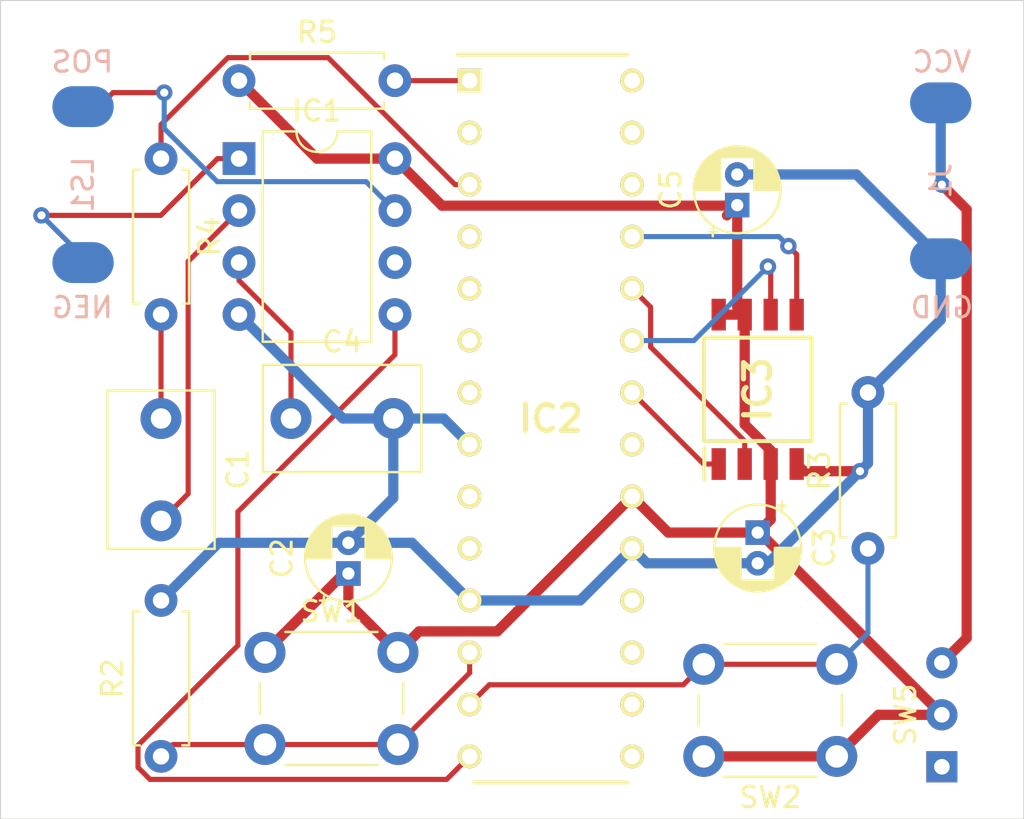
<source format=kicad_pcb>
(kicad_pcb (version 20171130) (host pcbnew "(5.1.9-0-10_14)")

  (general
    (thickness 1.6)
    (drawings 8)
    (tracks 122)
    (zones 0)
    (modules 17)
    (nets 35)
  )

  (page A4)
  (layers
    (0 F.Cu signal)
    (31 B.Cu signal)
    (32 B.Adhes user)
    (33 F.Adhes user)
    (34 B.Paste user)
    (35 F.Paste user)
    (36 B.SilkS user)
    (37 F.SilkS user)
    (38 B.Mask user)
    (39 F.Mask user)
    (40 Dwgs.User user)
    (41 Cmts.User user)
    (42 Eco1.User user)
    (43 Eco2.User user)
    (44 Edge.Cuts user)
    (45 Margin user)
    (46 B.CrtYd user)
    (47 F.CrtYd user)
    (48 B.Fab user)
    (49 F.Fab user)
  )

  (setup
    (last_trace_width 0.25)
    (user_trace_width 0.5)
    (trace_clearance 0.2)
    (zone_clearance 0.508)
    (zone_45_only no)
    (trace_min 0.2)
    (via_size 0.8)
    (via_drill 0.4)
    (via_min_size 0.4)
    (via_min_drill 0.3)
    (uvia_size 0.3)
    (uvia_drill 0.1)
    (uvias_allowed no)
    (uvia_min_size 0.2)
    (uvia_min_drill 0.1)
    (edge_width 0.05)
    (segment_width 0.2)
    (pcb_text_width 0.3)
    (pcb_text_size 1.5 1.5)
    (mod_edge_width 0.12)
    (mod_text_size 1 1)
    (mod_text_width 0.15)
    (pad_size 1.524 1.524)
    (pad_drill 0.762)
    (pad_to_mask_clearance 0)
    (aux_axis_origin 0 0)
    (visible_elements FFFFFF7F)
    (pcbplotparams
      (layerselection 0x010fc_ffffffff)
      (usegerberextensions false)
      (usegerberattributes true)
      (usegerberadvancedattributes true)
      (creategerberjobfile true)
      (excludeedgelayer true)
      (linewidth 0.100000)
      (plotframeref false)
      (viasonmask false)
      (mode 1)
      (useauxorigin false)
      (hpglpennumber 1)
      (hpglpenspeed 20)
      (hpglpendiameter 15.000000)
      (psnegative false)
      (psa4output false)
      (plotreference true)
      (plotvalue true)
      (plotinvisibletext false)
      (padsonsilk false)
      (subtractmaskfromsilk false)
      (outputformat 1)
      (mirror false)
      (drillshape 1)
      (scaleselection 1)
      (outputdirectory ""))
  )

  (net 0 "")
  (net 1 "Net-(C1-Pad1)")
  (net 2 "Net-(C1-Pad2)")
  (net 3 VDD)
  (net 4 GND)
  (net 5 "Net-(C4-Pad1)")
  (net 6 "Net-(IC1-Pad1)")
  (net 7 "Net-(IC1-Pad5)")
  (net 8 "Net-(IC1-Pad6)")
  (net 9 "Net-(IC1-Pad7)")
  (net 10 "Net-(IC2-Pad1)")
  (net 11 "Net-(IC2-Pad2)")
  (net 12 "Net-(IC2-Pad3)")
  (net 13 "Net-(IC2-Pad4)")
  (net 14 "Net-(IC2-Pad5)")
  (net 15 "Net-(IC2-Pad6)")
  (net 16 "Net-(IC2-Pad7)")
  (net 17 "Net-(IC2-Pad9)")
  (net 18 "Net-(IC2-Pad10)")
  (net 19 "Net-(IC2-Pad12)")
  (net 20 "Net-(IC2-Pad13)")
  (net 21 "Net-(IC2-Pad15)")
  (net 22 "Net-(IC2-Pad16)")
  (net 23 "Net-(IC2-Pad17)")
  (net 24 "Net-(IC2-Pad18)")
  (net 25 "Net-(IC2-Pad21)")
  (net 26 "Net-(IC2-Pad22)")
  (net 27 "Net-(IC2-Pad23)")
  (net 28 "Net-(IC2-Pad24)")
  (net 29 "Net-(IC2-Pad25)")
  (net 30 "Net-(IC2-Pad26)")
  (net 31 "Net-(IC2-Pad27)")
  (net 32 "Net-(IC2-Pad28)")
  (net 33 "Net-(J1-Pad2)")
  (net 34 "Net-(SW5-Pad1)")

  (net_class Default "This is the default net class."
    (clearance 0.2)
    (trace_width 0.25)
    (via_dia 0.8)
    (via_drill 0.4)
    (uvia_dia 0.3)
    (uvia_drill 0.1)
    (add_net GND)
    (add_net "Net-(C1-Pad1)")
    (add_net "Net-(C1-Pad2)")
    (add_net "Net-(C4-Pad1)")
    (add_net "Net-(IC1-Pad1)")
    (add_net "Net-(IC1-Pad5)")
    (add_net "Net-(IC1-Pad6)")
    (add_net "Net-(IC1-Pad7)")
    (add_net "Net-(IC2-Pad1)")
    (add_net "Net-(IC2-Pad10)")
    (add_net "Net-(IC2-Pad12)")
    (add_net "Net-(IC2-Pad13)")
    (add_net "Net-(IC2-Pad15)")
    (add_net "Net-(IC2-Pad16)")
    (add_net "Net-(IC2-Pad17)")
    (add_net "Net-(IC2-Pad18)")
    (add_net "Net-(IC2-Pad2)")
    (add_net "Net-(IC2-Pad21)")
    (add_net "Net-(IC2-Pad22)")
    (add_net "Net-(IC2-Pad23)")
    (add_net "Net-(IC2-Pad24)")
    (add_net "Net-(IC2-Pad25)")
    (add_net "Net-(IC2-Pad26)")
    (add_net "Net-(IC2-Pad27)")
    (add_net "Net-(IC2-Pad28)")
    (add_net "Net-(IC2-Pad3)")
    (add_net "Net-(IC2-Pad4)")
    (add_net "Net-(IC2-Pad5)")
    (add_net "Net-(IC2-Pad6)")
    (add_net "Net-(IC2-Pad7)")
    (add_net "Net-(IC2-Pad9)")
    (add_net "Net-(J1-Pad2)")
    (add_net "Net-(SW5-Pad1)")
    (add_net VDD)
  )

  (module Capacitor_THT:C_Disc_D7.5mm_W5.0mm_P5.00mm (layer F.Cu) (tedit 5AE50EF0) (tstamp 6078545C)
    (at 177.844 70.426 270)
    (descr "C, Disc series, Radial, pin pitch=5.00mm, , diameter*width=7.5*5.0mm^2, Capacitor, http://www.vishay.com/docs/28535/vy2series.pdf")
    (tags "C Disc series Radial pin pitch 5.00mm  diameter 7.5mm width 5.0mm Capacitor")
    (path /60779AA0)
    (fp_text reference C1 (at 2.5 -3.75 90) (layer F.SilkS)
      (effects (font (size 1 1) (thickness 0.15)))
    )
    (fp_text value 1u (at 2.5 3.75 90) (layer F.Fab)
      (effects (font (size 1 1) (thickness 0.15)))
    )
    (fp_text user %R (at 2.5 0 90) (layer F.Fab)
      (effects (font (size 1 1) (thickness 0.15)))
    )
    (fp_line (start -1.25 -2.5) (end -1.25 2.5) (layer F.Fab) (width 0.1))
    (fp_line (start -1.25 2.5) (end 6.25 2.5) (layer F.Fab) (width 0.1))
    (fp_line (start 6.25 2.5) (end 6.25 -2.5) (layer F.Fab) (width 0.1))
    (fp_line (start 6.25 -2.5) (end -1.25 -2.5) (layer F.Fab) (width 0.1))
    (fp_line (start -1.37 -2.62) (end 6.37 -2.62) (layer F.SilkS) (width 0.12))
    (fp_line (start -1.37 2.62) (end 6.37 2.62) (layer F.SilkS) (width 0.12))
    (fp_line (start -1.37 -2.62) (end -1.37 2.62) (layer F.SilkS) (width 0.12))
    (fp_line (start 6.37 -2.62) (end 6.37 2.62) (layer F.SilkS) (width 0.12))
    (fp_line (start -1.5 -2.75) (end -1.5 2.75) (layer F.CrtYd) (width 0.05))
    (fp_line (start -1.5 2.75) (end 6.5 2.75) (layer F.CrtYd) (width 0.05))
    (fp_line (start 6.5 2.75) (end 6.5 -2.75) (layer F.CrtYd) (width 0.05))
    (fp_line (start 6.5 -2.75) (end -1.5 -2.75) (layer F.CrtYd) (width 0.05))
    (pad 2 thru_hole circle (at 5 0 270) (size 2 2) (drill 1) (layers *.Cu *.Mask)
      (net 2 "Net-(C1-Pad2)"))
    (pad 1 thru_hole circle (at 0 0 270) (size 2 2) (drill 1) (layers *.Cu *.Mask)
      (net 1 "Net-(C1-Pad1)"))
    (model ${KISYS3DMOD}/Capacitor_THT.3dshapes/C_Disc_D7.5mm_W5.0mm_P5.00mm.wrl
      (at (xyz 0 0 0))
      (scale (xyz 1 1 1))
      (rotate (xyz 0 0 0))
    )
  )

  (module Capacitor_THT:CP_Radial_D4.0mm_P1.50mm (layer F.Cu) (tedit 5AE50EF0) (tstamp 607854C7)
    (at 187 78 90)
    (descr "CP, Radial series, Radial, pin pitch=1.50mm, , diameter=4mm, Electrolytic Capacitor")
    (tags "CP Radial series Radial pin pitch 1.50mm  diameter 4mm Electrolytic Capacitor")
    (path /6077EAA8)
    (fp_text reference C2 (at 0.75 -3.25 90) (layer F.SilkS)
      (effects (font (size 1 1) (thickness 0.15)))
    )
    (fp_text value 47u (at 0.75 3.25 90) (layer F.Fab)
      (effects (font (size 1 1) (thickness 0.15)))
    )
    (fp_text user %R (at 0.75 0 90) (layer F.Fab)
      (effects (font (size 0.8 0.8) (thickness 0.12)))
    )
    (fp_circle (center 0.75 0) (end 2.75 0) (layer F.Fab) (width 0.1))
    (fp_circle (center 0.75 0) (end 2.87 0) (layer F.SilkS) (width 0.12))
    (fp_circle (center 0.75 0) (end 3 0) (layer F.CrtYd) (width 0.05))
    (fp_line (start -0.952554 -0.8675) (end -0.552554 -0.8675) (layer F.Fab) (width 0.1))
    (fp_line (start -0.752554 -1.0675) (end -0.752554 -0.6675) (layer F.Fab) (width 0.1))
    (fp_line (start 0.75 0.84) (end 0.75 2.08) (layer F.SilkS) (width 0.12))
    (fp_line (start 0.75 -2.08) (end 0.75 -0.84) (layer F.SilkS) (width 0.12))
    (fp_line (start 0.79 0.84) (end 0.79 2.08) (layer F.SilkS) (width 0.12))
    (fp_line (start 0.79 -2.08) (end 0.79 -0.84) (layer F.SilkS) (width 0.12))
    (fp_line (start 0.83 0.84) (end 0.83 2.079) (layer F.SilkS) (width 0.12))
    (fp_line (start 0.83 -2.079) (end 0.83 -0.84) (layer F.SilkS) (width 0.12))
    (fp_line (start 0.87 -2.077) (end 0.87 -0.84) (layer F.SilkS) (width 0.12))
    (fp_line (start 0.87 0.84) (end 0.87 2.077) (layer F.SilkS) (width 0.12))
    (fp_line (start 0.91 -2.074) (end 0.91 -0.84) (layer F.SilkS) (width 0.12))
    (fp_line (start 0.91 0.84) (end 0.91 2.074) (layer F.SilkS) (width 0.12))
    (fp_line (start 0.95 -2.071) (end 0.95 -0.84) (layer F.SilkS) (width 0.12))
    (fp_line (start 0.95 0.84) (end 0.95 2.071) (layer F.SilkS) (width 0.12))
    (fp_line (start 0.99 -2.067) (end 0.99 -0.84) (layer F.SilkS) (width 0.12))
    (fp_line (start 0.99 0.84) (end 0.99 2.067) (layer F.SilkS) (width 0.12))
    (fp_line (start 1.03 -2.062) (end 1.03 -0.84) (layer F.SilkS) (width 0.12))
    (fp_line (start 1.03 0.84) (end 1.03 2.062) (layer F.SilkS) (width 0.12))
    (fp_line (start 1.07 -2.056) (end 1.07 -0.84) (layer F.SilkS) (width 0.12))
    (fp_line (start 1.07 0.84) (end 1.07 2.056) (layer F.SilkS) (width 0.12))
    (fp_line (start 1.11 -2.05) (end 1.11 -0.84) (layer F.SilkS) (width 0.12))
    (fp_line (start 1.11 0.84) (end 1.11 2.05) (layer F.SilkS) (width 0.12))
    (fp_line (start 1.15 -2.042) (end 1.15 -0.84) (layer F.SilkS) (width 0.12))
    (fp_line (start 1.15 0.84) (end 1.15 2.042) (layer F.SilkS) (width 0.12))
    (fp_line (start 1.19 -2.034) (end 1.19 -0.84) (layer F.SilkS) (width 0.12))
    (fp_line (start 1.19 0.84) (end 1.19 2.034) (layer F.SilkS) (width 0.12))
    (fp_line (start 1.23 -2.025) (end 1.23 -0.84) (layer F.SilkS) (width 0.12))
    (fp_line (start 1.23 0.84) (end 1.23 2.025) (layer F.SilkS) (width 0.12))
    (fp_line (start 1.27 -2.016) (end 1.27 -0.84) (layer F.SilkS) (width 0.12))
    (fp_line (start 1.27 0.84) (end 1.27 2.016) (layer F.SilkS) (width 0.12))
    (fp_line (start 1.31 -2.005) (end 1.31 -0.84) (layer F.SilkS) (width 0.12))
    (fp_line (start 1.31 0.84) (end 1.31 2.005) (layer F.SilkS) (width 0.12))
    (fp_line (start 1.35 -1.994) (end 1.35 -0.84) (layer F.SilkS) (width 0.12))
    (fp_line (start 1.35 0.84) (end 1.35 1.994) (layer F.SilkS) (width 0.12))
    (fp_line (start 1.39 -1.982) (end 1.39 -0.84) (layer F.SilkS) (width 0.12))
    (fp_line (start 1.39 0.84) (end 1.39 1.982) (layer F.SilkS) (width 0.12))
    (fp_line (start 1.43 -1.968) (end 1.43 -0.84) (layer F.SilkS) (width 0.12))
    (fp_line (start 1.43 0.84) (end 1.43 1.968) (layer F.SilkS) (width 0.12))
    (fp_line (start 1.471 -1.954) (end 1.471 -0.84) (layer F.SilkS) (width 0.12))
    (fp_line (start 1.471 0.84) (end 1.471 1.954) (layer F.SilkS) (width 0.12))
    (fp_line (start 1.511 -1.94) (end 1.511 -0.84) (layer F.SilkS) (width 0.12))
    (fp_line (start 1.511 0.84) (end 1.511 1.94) (layer F.SilkS) (width 0.12))
    (fp_line (start 1.551 -1.924) (end 1.551 -0.84) (layer F.SilkS) (width 0.12))
    (fp_line (start 1.551 0.84) (end 1.551 1.924) (layer F.SilkS) (width 0.12))
    (fp_line (start 1.591 -1.907) (end 1.591 -0.84) (layer F.SilkS) (width 0.12))
    (fp_line (start 1.591 0.84) (end 1.591 1.907) (layer F.SilkS) (width 0.12))
    (fp_line (start 1.631 -1.889) (end 1.631 -0.84) (layer F.SilkS) (width 0.12))
    (fp_line (start 1.631 0.84) (end 1.631 1.889) (layer F.SilkS) (width 0.12))
    (fp_line (start 1.671 -1.87) (end 1.671 -0.84) (layer F.SilkS) (width 0.12))
    (fp_line (start 1.671 0.84) (end 1.671 1.87) (layer F.SilkS) (width 0.12))
    (fp_line (start 1.711 -1.851) (end 1.711 -0.84) (layer F.SilkS) (width 0.12))
    (fp_line (start 1.711 0.84) (end 1.711 1.851) (layer F.SilkS) (width 0.12))
    (fp_line (start 1.751 -1.83) (end 1.751 -0.84) (layer F.SilkS) (width 0.12))
    (fp_line (start 1.751 0.84) (end 1.751 1.83) (layer F.SilkS) (width 0.12))
    (fp_line (start 1.791 -1.808) (end 1.791 -0.84) (layer F.SilkS) (width 0.12))
    (fp_line (start 1.791 0.84) (end 1.791 1.808) (layer F.SilkS) (width 0.12))
    (fp_line (start 1.831 -1.785) (end 1.831 -0.84) (layer F.SilkS) (width 0.12))
    (fp_line (start 1.831 0.84) (end 1.831 1.785) (layer F.SilkS) (width 0.12))
    (fp_line (start 1.871 -1.76) (end 1.871 -0.84) (layer F.SilkS) (width 0.12))
    (fp_line (start 1.871 0.84) (end 1.871 1.76) (layer F.SilkS) (width 0.12))
    (fp_line (start 1.911 -1.735) (end 1.911 -0.84) (layer F.SilkS) (width 0.12))
    (fp_line (start 1.911 0.84) (end 1.911 1.735) (layer F.SilkS) (width 0.12))
    (fp_line (start 1.951 -1.708) (end 1.951 -0.84) (layer F.SilkS) (width 0.12))
    (fp_line (start 1.951 0.84) (end 1.951 1.708) (layer F.SilkS) (width 0.12))
    (fp_line (start 1.991 -1.68) (end 1.991 -0.84) (layer F.SilkS) (width 0.12))
    (fp_line (start 1.991 0.84) (end 1.991 1.68) (layer F.SilkS) (width 0.12))
    (fp_line (start 2.031 -1.65) (end 2.031 -0.84) (layer F.SilkS) (width 0.12))
    (fp_line (start 2.031 0.84) (end 2.031 1.65) (layer F.SilkS) (width 0.12))
    (fp_line (start 2.071 -1.619) (end 2.071 -0.84) (layer F.SilkS) (width 0.12))
    (fp_line (start 2.071 0.84) (end 2.071 1.619) (layer F.SilkS) (width 0.12))
    (fp_line (start 2.111 -1.587) (end 2.111 -0.84) (layer F.SilkS) (width 0.12))
    (fp_line (start 2.111 0.84) (end 2.111 1.587) (layer F.SilkS) (width 0.12))
    (fp_line (start 2.151 -1.552) (end 2.151 -0.84) (layer F.SilkS) (width 0.12))
    (fp_line (start 2.151 0.84) (end 2.151 1.552) (layer F.SilkS) (width 0.12))
    (fp_line (start 2.191 -1.516) (end 2.191 -0.84) (layer F.SilkS) (width 0.12))
    (fp_line (start 2.191 0.84) (end 2.191 1.516) (layer F.SilkS) (width 0.12))
    (fp_line (start 2.231 -1.478) (end 2.231 -0.84) (layer F.SilkS) (width 0.12))
    (fp_line (start 2.231 0.84) (end 2.231 1.478) (layer F.SilkS) (width 0.12))
    (fp_line (start 2.271 -1.438) (end 2.271 -0.84) (layer F.SilkS) (width 0.12))
    (fp_line (start 2.271 0.84) (end 2.271 1.438) (layer F.SilkS) (width 0.12))
    (fp_line (start 2.311 -1.396) (end 2.311 -0.84) (layer F.SilkS) (width 0.12))
    (fp_line (start 2.311 0.84) (end 2.311 1.396) (layer F.SilkS) (width 0.12))
    (fp_line (start 2.351 -1.351) (end 2.351 1.351) (layer F.SilkS) (width 0.12))
    (fp_line (start 2.391 -1.304) (end 2.391 1.304) (layer F.SilkS) (width 0.12))
    (fp_line (start 2.431 -1.254) (end 2.431 1.254) (layer F.SilkS) (width 0.12))
    (fp_line (start 2.471 -1.2) (end 2.471 1.2) (layer F.SilkS) (width 0.12))
    (fp_line (start 2.511 -1.142) (end 2.511 1.142) (layer F.SilkS) (width 0.12))
    (fp_line (start 2.551 -1.08) (end 2.551 1.08) (layer F.SilkS) (width 0.12))
    (fp_line (start 2.591 -1.013) (end 2.591 1.013) (layer F.SilkS) (width 0.12))
    (fp_line (start 2.631 -0.94) (end 2.631 0.94) (layer F.SilkS) (width 0.12))
    (fp_line (start 2.671 -0.859) (end 2.671 0.859) (layer F.SilkS) (width 0.12))
    (fp_line (start 2.711 -0.768) (end 2.711 0.768) (layer F.SilkS) (width 0.12))
    (fp_line (start 2.751 -0.664) (end 2.751 0.664) (layer F.SilkS) (width 0.12))
    (fp_line (start 2.791 -0.537) (end 2.791 0.537) (layer F.SilkS) (width 0.12))
    (fp_line (start 2.831 -0.37) (end 2.831 0.37) (layer F.SilkS) (width 0.12))
    (fp_line (start -1.519801 -1.195) (end -1.119801 -1.195) (layer F.SilkS) (width 0.12))
    (fp_line (start -1.319801 -1.395) (end -1.319801 -0.995) (layer F.SilkS) (width 0.12))
    (pad 2 thru_hole circle (at 1.5 0 90) (size 1.2 1.2) (drill 0.6) (layers *.Cu *.Mask)
      (net 4 GND))
    (pad 1 thru_hole rect (at 0 0 90) (size 1.2 1.2) (drill 0.6) (layers *.Cu *.Mask)
      (net 3 VDD))
    (model ${KISYS3DMOD}/Capacitor_THT.3dshapes/CP_Radial_D4.0mm_P1.50mm.wrl
      (at (xyz 0 0 0))
      (scale (xyz 1 1 1))
      (rotate (xyz 0 0 0))
    )
  )

  (module Capacitor_THT:CP_Radial_D4.0mm_P1.50mm (layer F.Cu) (tedit 5AE50EF0) (tstamp 60785532)
    (at 207 76 270)
    (descr "CP, Radial series, Radial, pin pitch=1.50mm, , diameter=4mm, Electrolytic Capacitor")
    (tags "CP Radial series Radial pin pitch 1.50mm  diameter 4mm Electrolytic Capacitor")
    (path /6083D183)
    (fp_text reference C3 (at 0.75 -3.25 90) (layer F.SilkS)
      (effects (font (size 1 1) (thickness 0.15)))
    )
    (fp_text value 10u (at 0.75 3.25 90) (layer F.Fab)
      (effects (font (size 1 1) (thickness 0.15)))
    )
    (fp_text user %R (at 0 0 90) (layer F.Fab)
      (effects (font (size 0.8 0.8) (thickness 0.12)))
    )
    (fp_line (start -1.319801 -1.395) (end -1.319801 -0.995) (layer F.SilkS) (width 0.12))
    (fp_line (start -1.519801 -1.195) (end -1.119801 -1.195) (layer F.SilkS) (width 0.12))
    (fp_line (start 2.831 -0.37) (end 2.831 0.37) (layer F.SilkS) (width 0.12))
    (fp_line (start 2.791 -0.537) (end 2.791 0.537) (layer F.SilkS) (width 0.12))
    (fp_line (start 2.751 -0.664) (end 2.751 0.664) (layer F.SilkS) (width 0.12))
    (fp_line (start 2.711 -0.768) (end 2.711 0.768) (layer F.SilkS) (width 0.12))
    (fp_line (start 2.671 -0.859) (end 2.671 0.859) (layer F.SilkS) (width 0.12))
    (fp_line (start 2.631 -0.94) (end 2.631 0.94) (layer F.SilkS) (width 0.12))
    (fp_line (start 2.591 -1.013) (end 2.591 1.013) (layer F.SilkS) (width 0.12))
    (fp_line (start 2.551 -1.08) (end 2.551 1.08) (layer F.SilkS) (width 0.12))
    (fp_line (start 2.511 -1.142) (end 2.511 1.142) (layer F.SilkS) (width 0.12))
    (fp_line (start 2.471 -1.2) (end 2.471 1.2) (layer F.SilkS) (width 0.12))
    (fp_line (start 2.431 -1.254) (end 2.431 1.254) (layer F.SilkS) (width 0.12))
    (fp_line (start 2.391 -1.304) (end 2.391 1.304) (layer F.SilkS) (width 0.12))
    (fp_line (start 2.351 -1.351) (end 2.351 1.351) (layer F.SilkS) (width 0.12))
    (fp_line (start 2.311 0.84) (end 2.311 1.396) (layer F.SilkS) (width 0.12))
    (fp_line (start 2.311 -1.396) (end 2.311 -0.84) (layer F.SilkS) (width 0.12))
    (fp_line (start 2.271 0.84) (end 2.271 1.438) (layer F.SilkS) (width 0.12))
    (fp_line (start 2.271 -1.438) (end 2.271 -0.84) (layer F.SilkS) (width 0.12))
    (fp_line (start 2.231 0.84) (end 2.231 1.478) (layer F.SilkS) (width 0.12))
    (fp_line (start 2.231 -1.478) (end 2.231 -0.84) (layer F.SilkS) (width 0.12))
    (fp_line (start 2.191 0.84) (end 2.191 1.516) (layer F.SilkS) (width 0.12))
    (fp_line (start 2.191 -1.516) (end 2.191 -0.84) (layer F.SilkS) (width 0.12))
    (fp_line (start 2.151 0.84) (end 2.151 1.552) (layer F.SilkS) (width 0.12))
    (fp_line (start 2.151 -1.552) (end 2.151 -0.84) (layer F.SilkS) (width 0.12))
    (fp_line (start 2.111 0.84) (end 2.111 1.587) (layer F.SilkS) (width 0.12))
    (fp_line (start 2.111 -1.587) (end 2.111 -0.84) (layer F.SilkS) (width 0.12))
    (fp_line (start 2.071 0.84) (end 2.071 1.619) (layer F.SilkS) (width 0.12))
    (fp_line (start 2.071 -1.619) (end 2.071 -0.84) (layer F.SilkS) (width 0.12))
    (fp_line (start 2.031 0.84) (end 2.031 1.65) (layer F.SilkS) (width 0.12))
    (fp_line (start 2.031 -1.65) (end 2.031 -0.84) (layer F.SilkS) (width 0.12))
    (fp_line (start 1.991 0.84) (end 1.991 1.68) (layer F.SilkS) (width 0.12))
    (fp_line (start 1.991 -1.68) (end 1.991 -0.84) (layer F.SilkS) (width 0.12))
    (fp_line (start 1.951 0.84) (end 1.951 1.708) (layer F.SilkS) (width 0.12))
    (fp_line (start 1.951 -1.708) (end 1.951 -0.84) (layer F.SilkS) (width 0.12))
    (fp_line (start 1.911 0.84) (end 1.911 1.735) (layer F.SilkS) (width 0.12))
    (fp_line (start 1.911 -1.735) (end 1.911 -0.84) (layer F.SilkS) (width 0.12))
    (fp_line (start 1.871 0.84) (end 1.871 1.76) (layer F.SilkS) (width 0.12))
    (fp_line (start 1.871 -1.76) (end 1.871 -0.84) (layer F.SilkS) (width 0.12))
    (fp_line (start 1.831 0.84) (end 1.831 1.785) (layer F.SilkS) (width 0.12))
    (fp_line (start 1.831 -1.785) (end 1.831 -0.84) (layer F.SilkS) (width 0.12))
    (fp_line (start 1.791 0.84) (end 1.791 1.808) (layer F.SilkS) (width 0.12))
    (fp_line (start 1.791 -1.808) (end 1.791 -0.84) (layer F.SilkS) (width 0.12))
    (fp_line (start 1.751 0.84) (end 1.751 1.83) (layer F.SilkS) (width 0.12))
    (fp_line (start 1.751 -1.83) (end 1.751 -0.84) (layer F.SilkS) (width 0.12))
    (fp_line (start 1.711 0.84) (end 1.711 1.851) (layer F.SilkS) (width 0.12))
    (fp_line (start 1.711 -1.851) (end 1.711 -0.84) (layer F.SilkS) (width 0.12))
    (fp_line (start 1.671 0.84) (end 1.671 1.87) (layer F.SilkS) (width 0.12))
    (fp_line (start 1.671 -1.87) (end 1.671 -0.84) (layer F.SilkS) (width 0.12))
    (fp_line (start 1.631 0.84) (end 1.631 1.889) (layer F.SilkS) (width 0.12))
    (fp_line (start 1.631 -1.889) (end 1.631 -0.84) (layer F.SilkS) (width 0.12))
    (fp_line (start 1.591 0.84) (end 1.591 1.907) (layer F.SilkS) (width 0.12))
    (fp_line (start 1.591 -1.907) (end 1.591 -0.84) (layer F.SilkS) (width 0.12))
    (fp_line (start 1.551 0.84) (end 1.551 1.924) (layer F.SilkS) (width 0.12))
    (fp_line (start 1.551 -1.924) (end 1.551 -0.84) (layer F.SilkS) (width 0.12))
    (fp_line (start 1.511 0.84) (end 1.511 1.94) (layer F.SilkS) (width 0.12))
    (fp_line (start 1.511 -1.94) (end 1.511 -0.84) (layer F.SilkS) (width 0.12))
    (fp_line (start 1.471 0.84) (end 1.471 1.954) (layer F.SilkS) (width 0.12))
    (fp_line (start 1.471 -1.954) (end 1.471 -0.84) (layer F.SilkS) (width 0.12))
    (fp_line (start 1.43 0.84) (end 1.43 1.968) (layer F.SilkS) (width 0.12))
    (fp_line (start 1.43 -1.968) (end 1.43 -0.84) (layer F.SilkS) (width 0.12))
    (fp_line (start 1.39 0.84) (end 1.39 1.982) (layer F.SilkS) (width 0.12))
    (fp_line (start 1.39 -1.982) (end 1.39 -0.84) (layer F.SilkS) (width 0.12))
    (fp_line (start 1.35 0.84) (end 1.35 1.994) (layer F.SilkS) (width 0.12))
    (fp_line (start 1.35 -1.994) (end 1.35 -0.84) (layer F.SilkS) (width 0.12))
    (fp_line (start 1.31 0.84) (end 1.31 2.005) (layer F.SilkS) (width 0.12))
    (fp_line (start 1.31 -2.005) (end 1.31 -0.84) (layer F.SilkS) (width 0.12))
    (fp_line (start 1.27 0.84) (end 1.27 2.016) (layer F.SilkS) (width 0.12))
    (fp_line (start 1.27 -2.016) (end 1.27 -0.84) (layer F.SilkS) (width 0.12))
    (fp_line (start 1.23 0.84) (end 1.23 2.025) (layer F.SilkS) (width 0.12))
    (fp_line (start 1.23 -2.025) (end 1.23 -0.84) (layer F.SilkS) (width 0.12))
    (fp_line (start 1.19 0.84) (end 1.19 2.034) (layer F.SilkS) (width 0.12))
    (fp_line (start 1.19 -2.034) (end 1.19 -0.84) (layer F.SilkS) (width 0.12))
    (fp_line (start 1.15 0.84) (end 1.15 2.042) (layer F.SilkS) (width 0.12))
    (fp_line (start 1.15 -2.042) (end 1.15 -0.84) (layer F.SilkS) (width 0.12))
    (fp_line (start 1.11 0.84) (end 1.11 2.05) (layer F.SilkS) (width 0.12))
    (fp_line (start 1.11 -2.05) (end 1.11 -0.84) (layer F.SilkS) (width 0.12))
    (fp_line (start 1.07 0.84) (end 1.07 2.056) (layer F.SilkS) (width 0.12))
    (fp_line (start 1.07 -2.056) (end 1.07 -0.84) (layer F.SilkS) (width 0.12))
    (fp_line (start 1.03 0.84) (end 1.03 2.062) (layer F.SilkS) (width 0.12))
    (fp_line (start 1.03 -2.062) (end 1.03 -0.84) (layer F.SilkS) (width 0.12))
    (fp_line (start 0.99 0.84) (end 0.99 2.067) (layer F.SilkS) (width 0.12))
    (fp_line (start 0.99 -2.067) (end 0.99 -0.84) (layer F.SilkS) (width 0.12))
    (fp_line (start 0.95 0.84) (end 0.95 2.071) (layer F.SilkS) (width 0.12))
    (fp_line (start 0.95 -2.071) (end 0.95 -0.84) (layer F.SilkS) (width 0.12))
    (fp_line (start 0.91 0.84) (end 0.91 2.074) (layer F.SilkS) (width 0.12))
    (fp_line (start 0.91 -2.074) (end 0.91 -0.84) (layer F.SilkS) (width 0.12))
    (fp_line (start 0.87 0.84) (end 0.87 2.077) (layer F.SilkS) (width 0.12))
    (fp_line (start 0.87 -2.077) (end 0.87 -0.84) (layer F.SilkS) (width 0.12))
    (fp_line (start 0.83 -2.079) (end 0.83 -0.84) (layer F.SilkS) (width 0.12))
    (fp_line (start 0.83 0.84) (end 0.83 2.079) (layer F.SilkS) (width 0.12))
    (fp_line (start 0.79 -2.08) (end 0.79 -0.84) (layer F.SilkS) (width 0.12))
    (fp_line (start 0.79 0.84) (end 0.79 2.08) (layer F.SilkS) (width 0.12))
    (fp_line (start 0.75 -2.08) (end 0.75 -0.84) (layer F.SilkS) (width 0.12))
    (fp_line (start 0.75 0.84) (end 0.75 2.08) (layer F.SilkS) (width 0.12))
    (fp_line (start -0.752554 -1.0675) (end -0.752554 -0.6675) (layer F.Fab) (width 0.1))
    (fp_line (start -0.952554 -0.8675) (end -0.552554 -0.8675) (layer F.Fab) (width 0.1))
    (fp_circle (center 0.75 0) (end 3 0) (layer F.CrtYd) (width 0.05))
    (fp_circle (center 0.75 0) (end 2.87 0) (layer F.SilkS) (width 0.12))
    (fp_circle (center 0.75 0) (end 2.75 0) (layer F.Fab) (width 0.1))
    (pad 1 thru_hole rect (at 0 0 270) (size 1.2 1.2) (drill 0.6) (layers *.Cu *.Mask)
      (net 3 VDD))
    (pad 2 thru_hole circle (at 1.5 0 270) (size 1.2 1.2) (drill 0.6) (layers *.Cu *.Mask)
      (net 4 GND))
    (model ${KISYS3DMOD}/Capacitor_THT.3dshapes/CP_Radial_D4.0mm_P1.50mm.wrl
      (at (xyz 0 0 0))
      (scale (xyz 1 1 1))
      (rotate (xyz 0 0 0))
    )
  )

  (module Capacitor_THT:C_Disc_D7.5mm_W5.0mm_P5.00mm (layer F.Cu) (tedit 5AE50EF0) (tstamp 60785545)
    (at 184.194 70.426)
    (descr "C, Disc series, Radial, pin pitch=5.00mm, , diameter*width=7.5*5.0mm^2, Capacitor, http://www.vishay.com/docs/28535/vy2series.pdf")
    (tags "C Disc series Radial pin pitch 5.00mm  diameter 7.5mm width 5.0mm Capacitor")
    (path /6077AB96)
    (fp_text reference C4 (at 2.5 -3.75) (layer F.SilkS)
      (effects (font (size 1 1) (thickness 0.15)))
    )
    (fp_text value 1u (at 2.5 3.75) (layer F.Fab)
      (effects (font (size 1 1) (thickness 0.15)))
    )
    (fp_text user %R (at 2.54 0) (layer F.Fab)
      (effects (font (size 1 1) (thickness 0.15)))
    )
    (fp_line (start 6.5 -2.75) (end -1.5 -2.75) (layer F.CrtYd) (width 0.05))
    (fp_line (start 6.5 2.75) (end 6.5 -2.75) (layer F.CrtYd) (width 0.05))
    (fp_line (start -1.5 2.75) (end 6.5 2.75) (layer F.CrtYd) (width 0.05))
    (fp_line (start -1.5 -2.75) (end -1.5 2.75) (layer F.CrtYd) (width 0.05))
    (fp_line (start 6.37 -2.62) (end 6.37 2.62) (layer F.SilkS) (width 0.12))
    (fp_line (start -1.37 -2.62) (end -1.37 2.62) (layer F.SilkS) (width 0.12))
    (fp_line (start -1.37 2.62) (end 6.37 2.62) (layer F.SilkS) (width 0.12))
    (fp_line (start -1.37 -2.62) (end 6.37 -2.62) (layer F.SilkS) (width 0.12))
    (fp_line (start 6.25 -2.5) (end -1.25 -2.5) (layer F.Fab) (width 0.1))
    (fp_line (start 6.25 2.5) (end 6.25 -2.5) (layer F.Fab) (width 0.1))
    (fp_line (start -1.25 2.5) (end 6.25 2.5) (layer F.Fab) (width 0.1))
    (fp_line (start -1.25 -2.5) (end -1.25 2.5) (layer F.Fab) (width 0.1))
    (pad 1 thru_hole circle (at 0 0) (size 2 2) (drill 1) (layers *.Cu *.Mask)
      (net 5 "Net-(C4-Pad1)"))
    (pad 2 thru_hole circle (at 5 0) (size 2 2) (drill 1) (layers *.Cu *.Mask)
      (net 4 GND))
    (model ${KISYS3DMOD}/Capacitor_THT.3dshapes/C_Disc_D7.5mm_W5.0mm_P5.00mm.wrl
      (at (xyz 0 0 0))
      (scale (xyz 1 1 1))
      (rotate (xyz 0 0 0))
    )
  )

  (module Capacitor_THT:CP_Radial_D4.0mm_P1.50mm (layer F.Cu) (tedit 5AE50EF0) (tstamp 6078B4E9)
    (at 206 60 90)
    (descr "CP, Radial series, Radial, pin pitch=1.50mm, , diameter=4mm, Electrolytic Capacitor")
    (tags "CP Radial series Radial pin pitch 1.50mm  diameter 4mm Electrolytic Capacitor")
    (path /608606DE)
    (fp_text reference C5 (at 0.75 -3.25 90) (layer F.SilkS)
      (effects (font (size 1 1) (thickness 0.15)))
    )
    (fp_text value 10u (at 0.75 3.25 90) (layer F.Fab)
      (effects (font (size 1 1) (thickness 0.15)))
    )
    (fp_text user %R (at 0.75 0 90) (layer F.Fab)
      (effects (font (size 0.8 0.8) (thickness 0.12)))
    )
    (fp_circle (center 0.75 0) (end 2.75 0) (layer F.Fab) (width 0.1))
    (fp_circle (center 0.75 0) (end 2.87 0) (layer F.SilkS) (width 0.12))
    (fp_circle (center 0.75 0) (end 3 0) (layer F.CrtYd) (width 0.05))
    (fp_line (start -0.952554 -0.8675) (end -0.552554 -0.8675) (layer F.Fab) (width 0.1))
    (fp_line (start -0.752554 -1.0675) (end -0.752554 -0.6675) (layer F.Fab) (width 0.1))
    (fp_line (start 0.75 0.84) (end 0.75 2.08) (layer F.SilkS) (width 0.12))
    (fp_line (start 0.75 -2.08) (end 0.75 -0.84) (layer F.SilkS) (width 0.12))
    (fp_line (start 0.79 0.84) (end 0.79 2.08) (layer F.SilkS) (width 0.12))
    (fp_line (start 0.79 -2.08) (end 0.79 -0.84) (layer F.SilkS) (width 0.12))
    (fp_line (start 0.83 0.84) (end 0.83 2.079) (layer F.SilkS) (width 0.12))
    (fp_line (start 0.83 -2.079) (end 0.83 -0.84) (layer F.SilkS) (width 0.12))
    (fp_line (start 0.87 -2.077) (end 0.87 -0.84) (layer F.SilkS) (width 0.12))
    (fp_line (start 0.87 0.84) (end 0.87 2.077) (layer F.SilkS) (width 0.12))
    (fp_line (start 0.91 -2.074) (end 0.91 -0.84) (layer F.SilkS) (width 0.12))
    (fp_line (start 0.91 0.84) (end 0.91 2.074) (layer F.SilkS) (width 0.12))
    (fp_line (start 0.95 -2.071) (end 0.95 -0.84) (layer F.SilkS) (width 0.12))
    (fp_line (start 0.95 0.84) (end 0.95 2.071) (layer F.SilkS) (width 0.12))
    (fp_line (start 0.99 -2.067) (end 0.99 -0.84) (layer F.SilkS) (width 0.12))
    (fp_line (start 0.99 0.84) (end 0.99 2.067) (layer F.SilkS) (width 0.12))
    (fp_line (start 1.03 -2.062) (end 1.03 -0.84) (layer F.SilkS) (width 0.12))
    (fp_line (start 1.03 0.84) (end 1.03 2.062) (layer F.SilkS) (width 0.12))
    (fp_line (start 1.07 -2.056) (end 1.07 -0.84) (layer F.SilkS) (width 0.12))
    (fp_line (start 1.07 0.84) (end 1.07 2.056) (layer F.SilkS) (width 0.12))
    (fp_line (start 1.11 -2.05) (end 1.11 -0.84) (layer F.SilkS) (width 0.12))
    (fp_line (start 1.11 0.84) (end 1.11 2.05) (layer F.SilkS) (width 0.12))
    (fp_line (start 1.15 -2.042) (end 1.15 -0.84) (layer F.SilkS) (width 0.12))
    (fp_line (start 1.15 0.84) (end 1.15 2.042) (layer F.SilkS) (width 0.12))
    (fp_line (start 1.19 -2.034) (end 1.19 -0.84) (layer F.SilkS) (width 0.12))
    (fp_line (start 1.19 0.84) (end 1.19 2.034) (layer F.SilkS) (width 0.12))
    (fp_line (start 1.23 -2.025) (end 1.23 -0.84) (layer F.SilkS) (width 0.12))
    (fp_line (start 1.23 0.84) (end 1.23 2.025) (layer F.SilkS) (width 0.12))
    (fp_line (start 1.27 -2.016) (end 1.27 -0.84) (layer F.SilkS) (width 0.12))
    (fp_line (start 1.27 0.84) (end 1.27 2.016) (layer F.SilkS) (width 0.12))
    (fp_line (start 1.31 -2.005) (end 1.31 -0.84) (layer F.SilkS) (width 0.12))
    (fp_line (start 1.31 0.84) (end 1.31 2.005) (layer F.SilkS) (width 0.12))
    (fp_line (start 1.35 -1.994) (end 1.35 -0.84) (layer F.SilkS) (width 0.12))
    (fp_line (start 1.35 0.84) (end 1.35 1.994) (layer F.SilkS) (width 0.12))
    (fp_line (start 1.39 -1.982) (end 1.39 -0.84) (layer F.SilkS) (width 0.12))
    (fp_line (start 1.39 0.84) (end 1.39 1.982) (layer F.SilkS) (width 0.12))
    (fp_line (start 1.43 -1.968) (end 1.43 -0.84) (layer F.SilkS) (width 0.12))
    (fp_line (start 1.43 0.84) (end 1.43 1.968) (layer F.SilkS) (width 0.12))
    (fp_line (start 1.471 -1.954) (end 1.471 -0.84) (layer F.SilkS) (width 0.12))
    (fp_line (start 1.471 0.84) (end 1.471 1.954) (layer F.SilkS) (width 0.12))
    (fp_line (start 1.511 -1.94) (end 1.511 -0.84) (layer F.SilkS) (width 0.12))
    (fp_line (start 1.511 0.84) (end 1.511 1.94) (layer F.SilkS) (width 0.12))
    (fp_line (start 1.551 -1.924) (end 1.551 -0.84) (layer F.SilkS) (width 0.12))
    (fp_line (start 1.551 0.84) (end 1.551 1.924) (layer F.SilkS) (width 0.12))
    (fp_line (start 1.591 -1.907) (end 1.591 -0.84) (layer F.SilkS) (width 0.12))
    (fp_line (start 1.591 0.84) (end 1.591 1.907) (layer F.SilkS) (width 0.12))
    (fp_line (start 1.631 -1.889) (end 1.631 -0.84) (layer F.SilkS) (width 0.12))
    (fp_line (start 1.631 0.84) (end 1.631 1.889) (layer F.SilkS) (width 0.12))
    (fp_line (start 1.671 -1.87) (end 1.671 -0.84) (layer F.SilkS) (width 0.12))
    (fp_line (start 1.671 0.84) (end 1.671 1.87) (layer F.SilkS) (width 0.12))
    (fp_line (start 1.711 -1.851) (end 1.711 -0.84) (layer F.SilkS) (width 0.12))
    (fp_line (start 1.711 0.84) (end 1.711 1.851) (layer F.SilkS) (width 0.12))
    (fp_line (start 1.751 -1.83) (end 1.751 -0.84) (layer F.SilkS) (width 0.12))
    (fp_line (start 1.751 0.84) (end 1.751 1.83) (layer F.SilkS) (width 0.12))
    (fp_line (start 1.791 -1.808) (end 1.791 -0.84) (layer F.SilkS) (width 0.12))
    (fp_line (start 1.791 0.84) (end 1.791 1.808) (layer F.SilkS) (width 0.12))
    (fp_line (start 1.831 -1.785) (end 1.831 -0.84) (layer F.SilkS) (width 0.12))
    (fp_line (start 1.831 0.84) (end 1.831 1.785) (layer F.SilkS) (width 0.12))
    (fp_line (start 1.871 -1.76) (end 1.871 -0.84) (layer F.SilkS) (width 0.12))
    (fp_line (start 1.871 0.84) (end 1.871 1.76) (layer F.SilkS) (width 0.12))
    (fp_line (start 1.911 -1.735) (end 1.911 -0.84) (layer F.SilkS) (width 0.12))
    (fp_line (start 1.911 0.84) (end 1.911 1.735) (layer F.SilkS) (width 0.12))
    (fp_line (start 1.951 -1.708) (end 1.951 -0.84) (layer F.SilkS) (width 0.12))
    (fp_line (start 1.951 0.84) (end 1.951 1.708) (layer F.SilkS) (width 0.12))
    (fp_line (start 1.991 -1.68) (end 1.991 -0.84) (layer F.SilkS) (width 0.12))
    (fp_line (start 1.991 0.84) (end 1.991 1.68) (layer F.SilkS) (width 0.12))
    (fp_line (start 2.031 -1.65) (end 2.031 -0.84) (layer F.SilkS) (width 0.12))
    (fp_line (start 2.031 0.84) (end 2.031 1.65) (layer F.SilkS) (width 0.12))
    (fp_line (start 2.071 -1.619) (end 2.071 -0.84) (layer F.SilkS) (width 0.12))
    (fp_line (start 2.071 0.84) (end 2.071 1.619) (layer F.SilkS) (width 0.12))
    (fp_line (start 2.111 -1.587) (end 2.111 -0.84) (layer F.SilkS) (width 0.12))
    (fp_line (start 2.111 0.84) (end 2.111 1.587) (layer F.SilkS) (width 0.12))
    (fp_line (start 2.151 -1.552) (end 2.151 -0.84) (layer F.SilkS) (width 0.12))
    (fp_line (start 2.151 0.84) (end 2.151 1.552) (layer F.SilkS) (width 0.12))
    (fp_line (start 2.191 -1.516) (end 2.191 -0.84) (layer F.SilkS) (width 0.12))
    (fp_line (start 2.191 0.84) (end 2.191 1.516) (layer F.SilkS) (width 0.12))
    (fp_line (start 2.231 -1.478) (end 2.231 -0.84) (layer F.SilkS) (width 0.12))
    (fp_line (start 2.231 0.84) (end 2.231 1.478) (layer F.SilkS) (width 0.12))
    (fp_line (start 2.271 -1.438) (end 2.271 -0.84) (layer F.SilkS) (width 0.12))
    (fp_line (start 2.271 0.84) (end 2.271 1.438) (layer F.SilkS) (width 0.12))
    (fp_line (start 2.311 -1.396) (end 2.311 -0.84) (layer F.SilkS) (width 0.12))
    (fp_line (start 2.311 0.84) (end 2.311 1.396) (layer F.SilkS) (width 0.12))
    (fp_line (start 2.351 -1.351) (end 2.351 1.351) (layer F.SilkS) (width 0.12))
    (fp_line (start 2.391 -1.304) (end 2.391 1.304) (layer F.SilkS) (width 0.12))
    (fp_line (start 2.431 -1.254) (end 2.431 1.254) (layer F.SilkS) (width 0.12))
    (fp_line (start 2.471 -1.2) (end 2.471 1.2) (layer F.SilkS) (width 0.12))
    (fp_line (start 2.511 -1.142) (end 2.511 1.142) (layer F.SilkS) (width 0.12))
    (fp_line (start 2.551 -1.08) (end 2.551 1.08) (layer F.SilkS) (width 0.12))
    (fp_line (start 2.591 -1.013) (end 2.591 1.013) (layer F.SilkS) (width 0.12))
    (fp_line (start 2.631 -0.94) (end 2.631 0.94) (layer F.SilkS) (width 0.12))
    (fp_line (start 2.671 -0.859) (end 2.671 0.859) (layer F.SilkS) (width 0.12))
    (fp_line (start 2.711 -0.768) (end 2.711 0.768) (layer F.SilkS) (width 0.12))
    (fp_line (start 2.751 -0.664) (end 2.751 0.664) (layer F.SilkS) (width 0.12))
    (fp_line (start 2.791 -0.537) (end 2.791 0.537) (layer F.SilkS) (width 0.12))
    (fp_line (start 2.831 -0.37) (end 2.831 0.37) (layer F.SilkS) (width 0.12))
    (fp_line (start -1.519801 -1.195) (end -1.119801 -1.195) (layer F.SilkS) (width 0.12))
    (fp_line (start -1.319801 -1.395) (end -1.319801 -0.995) (layer F.SilkS) (width 0.12))
    (pad 2 thru_hole circle (at 1.5 0 90) (size 1.2 1.2) (drill 0.6) (layers *.Cu *.Mask)
      (net 4 GND))
    (pad 1 thru_hole rect (at 0 0 90) (size 1.2 1.2) (drill 0.6) (layers *.Cu *.Mask)
      (net 3 VDD))
    (model ${KISYS3DMOD}/Capacitor_THT.3dshapes/CP_Radial_D4.0mm_P1.50mm.wrl
      (at (xyz 0 0 0))
      (scale (xyz 1 1 1))
      (rotate (xyz 0 0 0))
    )
  )

  (module Package_DIP:DIP-8_W7.62mm (layer F.Cu) (tedit 5A02E8C5) (tstamp 607855CC)
    (at 181.654 57.726)
    (descr "8-lead though-hole mounted DIP package, row spacing 7.62 mm (300 mils)")
    (tags "THT DIP DIL PDIP 2.54mm 7.62mm 300mil")
    (path /6076049A)
    (fp_text reference IC1 (at 3.81 -2.33) (layer F.SilkS)
      (effects (font (size 1 1) (thickness 0.15)))
    )
    (fp_text value HT82V739 (at 3.81 9.95) (layer F.Fab)
      (effects (font (size 1 1) (thickness 0.15)))
    )
    (fp_text user %R (at 3.81 3.81) (layer F.Fab)
      (effects (font (size 1 1) (thickness 0.15)))
    )
    (fp_arc (start 3.81 -1.33) (end 2.81 -1.33) (angle -180) (layer F.SilkS) (width 0.12))
    (fp_line (start 1.635 -1.27) (end 6.985 -1.27) (layer F.Fab) (width 0.1))
    (fp_line (start 6.985 -1.27) (end 6.985 8.89) (layer F.Fab) (width 0.1))
    (fp_line (start 6.985 8.89) (end 0.635 8.89) (layer F.Fab) (width 0.1))
    (fp_line (start 0.635 8.89) (end 0.635 -0.27) (layer F.Fab) (width 0.1))
    (fp_line (start 0.635 -0.27) (end 1.635 -1.27) (layer F.Fab) (width 0.1))
    (fp_line (start 2.81 -1.33) (end 1.16 -1.33) (layer F.SilkS) (width 0.12))
    (fp_line (start 1.16 -1.33) (end 1.16 8.95) (layer F.SilkS) (width 0.12))
    (fp_line (start 1.16 8.95) (end 6.46 8.95) (layer F.SilkS) (width 0.12))
    (fp_line (start 6.46 8.95) (end 6.46 -1.33) (layer F.SilkS) (width 0.12))
    (fp_line (start 6.46 -1.33) (end 4.81 -1.33) (layer F.SilkS) (width 0.12))
    (fp_line (start -1.1 -1.55) (end -1.1 9.15) (layer F.CrtYd) (width 0.05))
    (fp_line (start -1.1 9.15) (end 8.7 9.15) (layer F.CrtYd) (width 0.05))
    (fp_line (start 8.7 9.15) (end 8.7 -1.55) (layer F.CrtYd) (width 0.05))
    (fp_line (start 8.7 -1.55) (end -1.1 -1.55) (layer F.CrtYd) (width 0.05))
    (pad 8 thru_hole oval (at 7.62 0) (size 1.6 1.6) (drill 0.8) (layers *.Cu *.Mask)
      (net 3 VDD))
    (pad 4 thru_hole oval (at 0 7.62) (size 1.6 1.6) (drill 0.8) (layers *.Cu *.Mask)
      (net 4 GND))
    (pad 7 thru_hole oval (at 7.62 2.54) (size 1.6 1.6) (drill 0.8) (layers *.Cu *.Mask)
      (net 9 "Net-(IC1-Pad7)"))
    (pad 3 thru_hole oval (at 0 5.08) (size 1.6 1.6) (drill 0.8) (layers *.Cu *.Mask)
      (net 5 "Net-(C4-Pad1)"))
    (pad 6 thru_hole oval (at 7.62 5.08) (size 1.6 1.6) (drill 0.8) (layers *.Cu *.Mask)
      (net 8 "Net-(IC1-Pad6)"))
    (pad 2 thru_hole oval (at 0 2.54) (size 1.6 1.6) (drill 0.8) (layers *.Cu *.Mask)
      (net 2 "Net-(C1-Pad2)"))
    (pad 5 thru_hole oval (at 7.62 7.62) (size 1.6 1.6) (drill 0.8) (layers *.Cu *.Mask)
      (net 7 "Net-(IC1-Pad5)"))
    (pad 1 thru_hole rect (at 0 0) (size 1.6 1.6) (drill 0.8) (layers *.Cu *.Mask)
      (net 6 "Net-(IC1-Pad1)"))
    (model ${KISYS3DMOD}/Package_DIP.3dshapes/DIP-8_W7.62mm.wrl
      (at (xyz 0 0 0))
      (scale (xyz 1 1 1))
      (rotate (xyz 0 0 0))
    )
  )

  (module PIC16F1778-I_SP:DIP794W56P254L3486H508Q28N (layer F.Cu) (tedit 6075222D) (tstamp 607855F7)
    (at 196.894 70.426)
    (descr PIC16F1778-I/SP-1)
    (tags "Integrated Circuit")
    (path /6075AE19)
    (fp_text reference IC2 (at 0 0) (layer F.SilkS)
      (effects (font (size 1.27 1.27) (thickness 0.254)))
    )
    (fp_text value PIC16F1778-I_SP (at 0 0) (layer F.SilkS) hide
      (effects (font (size 1.27 1.27) (thickness 0.254)))
    )
    (fp_line (start -3.746 17.78) (end 3.746 17.78) (layer F.SilkS) (width 0.2))
    (fp_line (start -4.548 -17.78) (end 3.746 -17.78) (layer F.SilkS) (width 0.2))
    (fp_line (start -3.746 -16.51) (end -2.476 -17.78) (layer Dwgs.User) (width 0.1))
    (fp_line (start -3.746 17.78) (end -3.746 -17.78) (layer Dwgs.User) (width 0.1))
    (fp_line (start 3.746 17.78) (end -3.746 17.78) (layer Dwgs.User) (width 0.1))
    (fp_line (start 3.746 -17.78) (end 3.746 17.78) (layer Dwgs.User) (width 0.1))
    (fp_line (start -3.746 -17.78) (end 3.746 -17.78) (layer Dwgs.User) (width 0.1))
    (fp_line (start -5.084 18.03) (end -5.084 -18.03) (layer Dwgs.User) (width 0.05))
    (fp_line (start 5.084 18.03) (end -5.084 18.03) (layer Dwgs.User) (width 0.05))
    (fp_line (start 5.084 -18.03) (end 5.084 18.03) (layer Dwgs.User) (width 0.05))
    (fp_line (start -5.084 -18.03) (end 5.084 -18.03) (layer Dwgs.User) (width 0.05))
    (pad 28 thru_hole circle (at 3.969 -16.51 90) (size 1.158 1.158) (drill 0.758) (layers *.Cu *.Mask F.SilkS)
      (net 32 "Net-(IC2-Pad28)"))
    (pad 27 thru_hole circle (at 3.969 -13.97 90) (size 1.158 1.158) (drill 0.758) (layers *.Cu *.Mask F.SilkS)
      (net 31 "Net-(IC2-Pad27)"))
    (pad 26 thru_hole circle (at 3.969 -11.43 90) (size 1.158 1.158) (drill 0.758) (layers *.Cu *.Mask F.SilkS)
      (net 30 "Net-(IC2-Pad26)"))
    (pad 25 thru_hole circle (at 3.969 -8.89 90) (size 1.158 1.158) (drill 0.758) (layers *.Cu *.Mask F.SilkS)
      (net 29 "Net-(IC2-Pad25)"))
    (pad 24 thru_hole circle (at 3.969 -6.35 90) (size 1.158 1.158) (drill 0.758) (layers *.Cu *.Mask F.SilkS)
      (net 28 "Net-(IC2-Pad24)"))
    (pad 23 thru_hole circle (at 3.969 -3.81 90) (size 1.158 1.158) (drill 0.758) (layers *.Cu *.Mask F.SilkS)
      (net 27 "Net-(IC2-Pad23)"))
    (pad 22 thru_hole circle (at 3.969 -1.27 90) (size 1.158 1.158) (drill 0.758) (layers *.Cu *.Mask F.SilkS)
      (net 26 "Net-(IC2-Pad22)"))
    (pad 21 thru_hole circle (at 3.969 1.27 90) (size 1.158 1.158) (drill 0.758) (layers *.Cu *.Mask F.SilkS)
      (net 25 "Net-(IC2-Pad21)"))
    (pad 20 thru_hole circle (at 3.969 3.81 90) (size 1.158 1.158) (drill 0.758) (layers *.Cu *.Mask F.SilkS)
      (net 3 VDD))
    (pad 19 thru_hole circle (at 3.969 6.35 90) (size 1.158 1.158) (drill 0.758) (layers *.Cu *.Mask F.SilkS)
      (net 4 GND))
    (pad 18 thru_hole circle (at 3.969 8.89 90) (size 1.158 1.158) (drill 0.758) (layers *.Cu *.Mask F.SilkS)
      (net 24 "Net-(IC2-Pad18)"))
    (pad 17 thru_hole circle (at 3.969 11.43 90) (size 1.158 1.158) (drill 0.758) (layers *.Cu *.Mask F.SilkS)
      (net 23 "Net-(IC2-Pad17)"))
    (pad 16 thru_hole circle (at 3.969 13.97 90) (size 1.158 1.158) (drill 0.758) (layers *.Cu *.Mask F.SilkS)
      (net 22 "Net-(IC2-Pad16)"))
    (pad 15 thru_hole circle (at 3.969 16.51 90) (size 1.158 1.158) (drill 0.758) (layers *.Cu *.Mask F.SilkS)
      (net 21 "Net-(IC2-Pad15)"))
    (pad 14 thru_hole circle (at -3.969 16.51 90) (size 1.158 1.158) (drill 0.758) (layers *.Cu *.Mask F.SilkS)
      (net 7 "Net-(IC1-Pad5)"))
    (pad 13 thru_hole circle (at -3.969 13.97 90) (size 1.158 1.158) (drill 0.758) (layers *.Cu *.Mask F.SilkS)
      (net 20 "Net-(IC2-Pad13)"))
    (pad 12 thru_hole circle (at -3.969 11.43 90) (size 1.158 1.158) (drill 0.758) (layers *.Cu *.Mask F.SilkS)
      (net 19 "Net-(IC2-Pad12)"))
    (pad 11 thru_hole circle (at -3.969 8.89 90) (size 1.158 1.158) (drill 0.758) (layers *.Cu *.Mask F.SilkS)
      (net 4 GND))
    (pad 10 thru_hole circle (at -3.969 6.35 90) (size 1.158 1.158) (drill 0.758) (layers *.Cu *.Mask F.SilkS)
      (net 18 "Net-(IC2-Pad10)"))
    (pad 9 thru_hole circle (at -3.969 3.81 90) (size 1.158 1.158) (drill 0.758) (layers *.Cu *.Mask F.SilkS)
      (net 17 "Net-(IC2-Pad9)"))
    (pad 8 thru_hole circle (at -3.969 1.27 90) (size 1.158 1.158) (drill 0.758) (layers *.Cu *.Mask F.SilkS)
      (net 4 GND))
    (pad 7 thru_hole circle (at -3.969 -1.27 90) (size 1.158 1.158) (drill 0.758) (layers *.Cu *.Mask F.SilkS)
      (net 16 "Net-(IC2-Pad7)"))
    (pad 6 thru_hole circle (at -3.969 -3.81 90) (size 1.158 1.158) (drill 0.758) (layers *.Cu *.Mask F.SilkS)
      (net 15 "Net-(IC2-Pad6)"))
    (pad 5 thru_hole circle (at -3.969 -6.35 90) (size 1.158 1.158) (drill 0.758) (layers *.Cu *.Mask F.SilkS)
      (net 14 "Net-(IC2-Pad5)"))
    (pad 4 thru_hole circle (at -3.969 -8.89 90) (size 1.158 1.158) (drill 0.758) (layers *.Cu *.Mask F.SilkS)
      (net 13 "Net-(IC2-Pad4)"))
    (pad 3 thru_hole circle (at -3.969 -11.43 90) (size 1.158 1.158) (drill 0.758) (layers *.Cu *.Mask F.SilkS)
      (net 12 "Net-(IC2-Pad3)"))
    (pad 2 thru_hole circle (at -3.969 -13.97 90) (size 1.158 1.158) (drill 0.758) (layers *.Cu *.Mask F.SilkS)
      (net 11 "Net-(IC2-Pad2)"))
    (pad 1 thru_hole rect (at -3.969 -16.51 90) (size 1.158 1.158) (drill 0.758) (layers *.Cu *.Mask F.SilkS)
      (net 10 "Net-(IC2-Pad1)"))
  )

  (module SST26VF064B-104I_SM:SOIC127P794X203-8N (layer F.Cu) (tedit 60752374) (tstamp 60785611)
    (at 207 69 90)
    (descr "8 Lead SM SOIJ")
    (tags "Integrated Circuit")
    (path /6076184C)
    (attr smd)
    (fp_text reference IC3 (at 0 0 90) (layer F.SilkS)
      (effects (font (size 1.27 1.27) (thickness 0.254)))
    )
    (fp_text value SST26VF064B-104I_SM (at 0 0 90) (layer F.SilkS) hide
      (effects (font (size 1.27 1.27) (thickness 0.254)))
    )
    (fp_line (start -4.425 -2.605) (end -2.875 -2.605) (layer F.SilkS) (width 0.2))
    (fp_line (start -2.525 2.63) (end -2.525 -2.63) (layer F.SilkS) (width 0.2))
    (fp_line (start 2.525 2.63) (end -2.525 2.63) (layer F.SilkS) (width 0.2))
    (fp_line (start 2.525 -2.63) (end 2.525 2.63) (layer F.SilkS) (width 0.2))
    (fp_line (start -2.525 -2.63) (end 2.525 -2.63) (layer F.SilkS) (width 0.2))
    (fp_line (start -2.625 -1.36) (end -1.355 -2.63) (layer Dwgs.User) (width 0.1))
    (fp_line (start -2.625 2.63) (end -2.625 -2.63) (layer Dwgs.User) (width 0.1))
    (fp_line (start 2.625 2.63) (end -2.625 2.63) (layer Dwgs.User) (width 0.1))
    (fp_line (start 2.625 -2.63) (end 2.625 2.63) (layer Dwgs.User) (width 0.1))
    (fp_line (start -2.625 -2.63) (end 2.625 -2.63) (layer Dwgs.User) (width 0.1))
    (fp_line (start -4.675 2.88) (end -4.675 -2.88) (layer Dwgs.User) (width 0.05))
    (fp_line (start 4.675 2.88) (end -4.675 2.88) (layer Dwgs.User) (width 0.05))
    (fp_line (start 4.675 -2.88) (end 4.675 2.88) (layer Dwgs.User) (width 0.05))
    (fp_line (start -4.675 -2.88) (end 4.675 -2.88) (layer Dwgs.User) (width 0.05))
    (pad 8 smd rect (at 3.65 -1.905 180) (size 0.7 1.55) (layers F.Cu F.Paste F.Mask)
      (net 3 VDD))
    (pad 7 smd rect (at 3.65 -0.635 180) (size 0.7 1.55) (layers F.Cu F.Paste F.Mask)
      (net 3 VDD))
    (pad 6 smd rect (at 3.65 0.635 180) (size 0.7 1.55) (layers F.Cu F.Paste F.Mask)
      (net 27 "Net-(IC2-Pad23)"))
    (pad 5 smd rect (at 3.65 1.905 180) (size 0.7 1.55) (layers F.Cu F.Paste F.Mask)
      (net 29 "Net-(IC2-Pad25)"))
    (pad 4 smd rect (at -3.65 1.905 180) (size 0.7 1.55) (layers F.Cu F.Paste F.Mask)
      (net 4 GND))
    (pad 3 smd rect (at -3.65 0.635 180) (size 0.7 1.55) (layers F.Cu F.Paste F.Mask)
      (net 3 VDD))
    (pad 2 smd rect (at -3.65 -0.635 180) (size 0.7 1.55) (layers F.Cu F.Paste F.Mask)
      (net 28 "Net-(IC2-Pad24)"))
    (pad 1 smd rect (at -3.65 -1.905 180) (size 0.7 1.55) (layers F.Cu F.Paste F.Mask)
      (net 26 "Net-(IC2-Pad22)"))
  )

  (module RadioExercise:Conn_01x02_SMD (layer B.Cu) (tedit 6076E079) (tstamp 6078AC14)
    (at 215.944 58.81 90)
    (path /607A272D)
    (fp_text reference J1 (at 0 0 -90) (layer B.SilkS)
      (effects (font (size 1 1) (thickness 0.15)) (justify mirror))
    )
    (fp_text value Conn_01x02_Female (at 0 -2.54 -90) (layer B.Fab)
      (effects (font (size 1 1) (thickness 0.15)) (justify mirror))
    )
    (pad 1 smd oval (at -3.81 0 90) (size 2 3) (layers B.Cu B.Paste B.Mask)
      (net 4 GND))
    (pad 2 smd oval (at 3.81 0 90) (size 2 3) (layers B.Cu B.Paste B.Mask)
      (net 33 "Net-(J1-Pad2)"))
  )

  (module RadioExercise:Conn_01x02_SMD (layer B.Cu) (tedit 6076E079) (tstamp 6078561D)
    (at 174.034 58.996 90)
    (path /6076EFCA)
    (fp_text reference LS1 (at 0 0 -90) (layer B.SilkS)
      (effects (font (size 1 1) (thickness 0.15)) (justify mirror))
    )
    (fp_text value Speaker (at 0 -2.54 -90) (layer B.Fab)
      (effects (font (size 1 1) (thickness 0.15)) (justify mirror))
    )
    (pad 2 smd oval (at 3.81 0 90) (size 2 3) (layers B.Cu B.Paste B.Mask)
      (net 9 "Net-(IC1-Pad7)"))
    (pad 1 smd oval (at -3.81 0 90) (size 2 3) (layers B.Cu B.Paste B.Mask)
      (net 6 "Net-(IC1-Pad1)"))
  )

  (module Resistor_THT:R_Axial_DIN0207_L6.3mm_D2.5mm_P7.62mm_Horizontal (layer F.Cu) (tedit 5AE5139B) (tstamp 60785634)
    (at 177.844 86.936 90)
    (descr "Resistor, Axial_DIN0207 series, Axial, Horizontal, pin pitch=7.62mm, 0.25W = 1/4W, length*diameter=6.3*2.5mm^2, http://cdn-reichelt.de/documents/datenblatt/B400/1_4W%23YAG.pdf")
    (tags "Resistor Axial_DIN0207 series Axial Horizontal pin pitch 7.62mm 0.25W = 1/4W length 6.3mm diameter 2.5mm")
    (path /607DBADB)
    (fp_text reference R2 (at 3.81 -2.37 90) (layer F.SilkS)
      (effects (font (size 1 1) (thickness 0.15)))
    )
    (fp_text value 10k (at 3.81 2.37 90) (layer F.Fab)
      (effects (font (size 1 1) (thickness 0.15)))
    )
    (fp_text user %R (at 3.81 0 90) (layer F.Fab)
      (effects (font (size 1 1) (thickness 0.15)))
    )
    (fp_line (start 8.67 -1.5) (end -1.05 -1.5) (layer F.CrtYd) (width 0.05))
    (fp_line (start 8.67 1.5) (end 8.67 -1.5) (layer F.CrtYd) (width 0.05))
    (fp_line (start -1.05 1.5) (end 8.67 1.5) (layer F.CrtYd) (width 0.05))
    (fp_line (start -1.05 -1.5) (end -1.05 1.5) (layer F.CrtYd) (width 0.05))
    (fp_line (start 7.08 1.37) (end 7.08 1.04) (layer F.SilkS) (width 0.12))
    (fp_line (start 0.54 1.37) (end 7.08 1.37) (layer F.SilkS) (width 0.12))
    (fp_line (start 0.54 1.04) (end 0.54 1.37) (layer F.SilkS) (width 0.12))
    (fp_line (start 7.08 -1.37) (end 7.08 -1.04) (layer F.SilkS) (width 0.12))
    (fp_line (start 0.54 -1.37) (end 7.08 -1.37) (layer F.SilkS) (width 0.12))
    (fp_line (start 0.54 -1.04) (end 0.54 -1.37) (layer F.SilkS) (width 0.12))
    (fp_line (start 7.62 0) (end 6.96 0) (layer F.Fab) (width 0.1))
    (fp_line (start 0 0) (end 0.66 0) (layer F.Fab) (width 0.1))
    (fp_line (start 6.96 -1.25) (end 0.66 -1.25) (layer F.Fab) (width 0.1))
    (fp_line (start 6.96 1.25) (end 6.96 -1.25) (layer F.Fab) (width 0.1))
    (fp_line (start 0.66 1.25) (end 6.96 1.25) (layer F.Fab) (width 0.1))
    (fp_line (start 0.66 -1.25) (end 0.66 1.25) (layer F.Fab) (width 0.1))
    (pad 1 thru_hole circle (at 0 0 90) (size 1.6 1.6) (drill 0.8) (layers *.Cu *.Mask)
      (net 19 "Net-(IC2-Pad12)"))
    (pad 2 thru_hole oval (at 7.62 0 90) (size 1.6 1.6) (drill 0.8) (layers *.Cu *.Mask)
      (net 4 GND))
    (model ${KISYS3DMOD}/Resistor_THT.3dshapes/R_Axial_DIN0207_L6.3mm_D2.5mm_P7.62mm_Horizontal.wrl
      (at (xyz 0 0 0))
      (scale (xyz 1 1 1))
      (rotate (xyz 0 0 0))
    )
  )

  (module Resistor_THT:R_Axial_DIN0207_L6.3mm_D2.5mm_P7.62mm_Horizontal (layer F.Cu) (tedit 5AE5139B) (tstamp 607899A7)
    (at 212.388 76.776 90)
    (descr "Resistor, Axial_DIN0207 series, Axial, Horizontal, pin pitch=7.62mm, 0.25W = 1/4W, length*diameter=6.3*2.5mm^2, http://cdn-reichelt.de/documents/datenblatt/B400/1_4W%23YAG.pdf")
    (tags "Resistor Axial_DIN0207 series Axial Horizontal pin pitch 7.62mm 0.25W = 1/4W length 6.3mm diameter 2.5mm")
    (path /607DCD79)
    (fp_text reference R3 (at 3.81 -2.37 90) (layer F.SilkS)
      (effects (font (size 1 1) (thickness 0.15)))
    )
    (fp_text value 10k (at 3.81 2.37 90) (layer F.Fab)
      (effects (font (size 1 1) (thickness 0.15)))
    )
    (fp_text user %R (at 3.81 0 90) (layer F.Fab)
      (effects (font (size 1 1) (thickness 0.15)))
    )
    (fp_line (start 0.66 -1.25) (end 0.66 1.25) (layer F.Fab) (width 0.1))
    (fp_line (start 0.66 1.25) (end 6.96 1.25) (layer F.Fab) (width 0.1))
    (fp_line (start 6.96 1.25) (end 6.96 -1.25) (layer F.Fab) (width 0.1))
    (fp_line (start 6.96 -1.25) (end 0.66 -1.25) (layer F.Fab) (width 0.1))
    (fp_line (start 0 0) (end 0.66 0) (layer F.Fab) (width 0.1))
    (fp_line (start 7.62 0) (end 6.96 0) (layer F.Fab) (width 0.1))
    (fp_line (start 0.54 -1.04) (end 0.54 -1.37) (layer F.SilkS) (width 0.12))
    (fp_line (start 0.54 -1.37) (end 7.08 -1.37) (layer F.SilkS) (width 0.12))
    (fp_line (start 7.08 -1.37) (end 7.08 -1.04) (layer F.SilkS) (width 0.12))
    (fp_line (start 0.54 1.04) (end 0.54 1.37) (layer F.SilkS) (width 0.12))
    (fp_line (start 0.54 1.37) (end 7.08 1.37) (layer F.SilkS) (width 0.12))
    (fp_line (start 7.08 1.37) (end 7.08 1.04) (layer F.SilkS) (width 0.12))
    (fp_line (start -1.05 -1.5) (end -1.05 1.5) (layer F.CrtYd) (width 0.05))
    (fp_line (start -1.05 1.5) (end 8.67 1.5) (layer F.CrtYd) (width 0.05))
    (fp_line (start 8.67 1.5) (end 8.67 -1.5) (layer F.CrtYd) (width 0.05))
    (fp_line (start 8.67 -1.5) (end -1.05 -1.5) (layer F.CrtYd) (width 0.05))
    (pad 2 thru_hole oval (at 7.62 0 90) (size 1.6 1.6) (drill 0.8) (layers *.Cu *.Mask)
      (net 4 GND))
    (pad 1 thru_hole circle (at 0 0 90) (size 1.6 1.6) (drill 0.8) (layers *.Cu *.Mask)
      (net 20 "Net-(IC2-Pad13)"))
    (model ${KISYS3DMOD}/Resistor_THT.3dshapes/R_Axial_DIN0207_L6.3mm_D2.5mm_P7.62mm_Horizontal.wrl
      (at (xyz 0 0 0))
      (scale (xyz 1 1 1))
      (rotate (xyz 0 0 0))
    )
  )

  (module Resistor_THT:R_Axial_DIN0207_L6.3mm_D2.5mm_P7.62mm_Horizontal (layer F.Cu) (tedit 5AE5139B) (tstamp 60785662)
    (at 177.844 57.726 270)
    (descr "Resistor, Axial_DIN0207 series, Axial, Horizontal, pin pitch=7.62mm, 0.25W = 1/4W, length*diameter=6.3*2.5mm^2, http://cdn-reichelt.de/documents/datenblatt/B400/1_4W%23YAG.pdf")
    (tags "Resistor Axial_DIN0207 series Axial Horizontal pin pitch 7.62mm 0.25W = 1/4W length 6.3mm diameter 2.5mm")
    (path /60769A28)
    (fp_text reference R4 (at 3.81 -2.37 90) (layer F.SilkS)
      (effects (font (size 1 1) (thickness 0.15)))
    )
    (fp_text value 15k (at 3.81 2.37 90) (layer F.Fab)
      (effects (font (size 1 1) (thickness 0.15)))
    )
    (fp_text user %R (at 3.81 0 90) (layer F.Fab)
      (effects (font (size 1 1) (thickness 0.15)))
    )
    (fp_line (start 0.66 -1.25) (end 0.66 1.25) (layer F.Fab) (width 0.1))
    (fp_line (start 0.66 1.25) (end 6.96 1.25) (layer F.Fab) (width 0.1))
    (fp_line (start 6.96 1.25) (end 6.96 -1.25) (layer F.Fab) (width 0.1))
    (fp_line (start 6.96 -1.25) (end 0.66 -1.25) (layer F.Fab) (width 0.1))
    (fp_line (start 0 0) (end 0.66 0) (layer F.Fab) (width 0.1))
    (fp_line (start 7.62 0) (end 6.96 0) (layer F.Fab) (width 0.1))
    (fp_line (start 0.54 -1.04) (end 0.54 -1.37) (layer F.SilkS) (width 0.12))
    (fp_line (start 0.54 -1.37) (end 7.08 -1.37) (layer F.SilkS) (width 0.12))
    (fp_line (start 7.08 -1.37) (end 7.08 -1.04) (layer F.SilkS) (width 0.12))
    (fp_line (start 0.54 1.04) (end 0.54 1.37) (layer F.SilkS) (width 0.12))
    (fp_line (start 0.54 1.37) (end 7.08 1.37) (layer F.SilkS) (width 0.12))
    (fp_line (start 7.08 1.37) (end 7.08 1.04) (layer F.SilkS) (width 0.12))
    (fp_line (start -1.05 -1.5) (end -1.05 1.5) (layer F.CrtYd) (width 0.05))
    (fp_line (start -1.05 1.5) (end 8.67 1.5) (layer F.CrtYd) (width 0.05))
    (fp_line (start 8.67 1.5) (end 8.67 -1.5) (layer F.CrtYd) (width 0.05))
    (fp_line (start 8.67 -1.5) (end -1.05 -1.5) (layer F.CrtYd) (width 0.05))
    (pad 2 thru_hole oval (at 7.62 0 270) (size 1.6 1.6) (drill 0.8) (layers *.Cu *.Mask)
      (net 1 "Net-(C1-Pad1)"))
    (pad 1 thru_hole circle (at 0 0 270) (size 1.6 1.6) (drill 0.8) (layers *.Cu *.Mask)
      (net 12 "Net-(IC2-Pad3)"))
    (model ${KISYS3DMOD}/Resistor_THT.3dshapes/R_Axial_DIN0207_L6.3mm_D2.5mm_P7.62mm_Horizontal.wrl
      (at (xyz 0 0 0))
      (scale (xyz 1 1 1))
      (rotate (xyz 0 0 0))
    )
  )

  (module Resistor_THT:R_Axial_DIN0207_L6.3mm_D2.5mm_P7.62mm_Horizontal (layer F.Cu) (tedit 5AE5139B) (tstamp 60785679)
    (at 181.654 53.916)
    (descr "Resistor, Axial_DIN0207 series, Axial, Horizontal, pin pitch=7.62mm, 0.25W = 1/4W, length*diameter=6.3*2.5mm^2, http://cdn-reichelt.de/documents/datenblatt/B400/1_4W%23YAG.pdf")
    (tags "Resistor Axial_DIN0207 series Axial Horizontal pin pitch 7.62mm 0.25W = 1/4W length 6.3mm diameter 2.5mm")
    (path /607CFC46)
    (fp_text reference R5 (at 3.81 -2.37) (layer F.SilkS)
      (effects (font (size 1 1) (thickness 0.15)))
    )
    (fp_text value 10k (at 3.81 2.37) (layer F.Fab)
      (effects (font (size 1 1) (thickness 0.15)))
    )
    (fp_text user %R (at 3.81 0) (layer F.Fab)
      (effects (font (size 1 1) (thickness 0.15)))
    )
    (fp_line (start 8.67 -1.5) (end -1.05 -1.5) (layer F.CrtYd) (width 0.05))
    (fp_line (start 8.67 1.5) (end 8.67 -1.5) (layer F.CrtYd) (width 0.05))
    (fp_line (start -1.05 1.5) (end 8.67 1.5) (layer F.CrtYd) (width 0.05))
    (fp_line (start -1.05 -1.5) (end -1.05 1.5) (layer F.CrtYd) (width 0.05))
    (fp_line (start 7.08 1.37) (end 7.08 1.04) (layer F.SilkS) (width 0.12))
    (fp_line (start 0.54 1.37) (end 7.08 1.37) (layer F.SilkS) (width 0.12))
    (fp_line (start 0.54 1.04) (end 0.54 1.37) (layer F.SilkS) (width 0.12))
    (fp_line (start 7.08 -1.37) (end 7.08 -1.04) (layer F.SilkS) (width 0.12))
    (fp_line (start 0.54 -1.37) (end 7.08 -1.37) (layer F.SilkS) (width 0.12))
    (fp_line (start 0.54 -1.04) (end 0.54 -1.37) (layer F.SilkS) (width 0.12))
    (fp_line (start 7.62 0) (end 6.96 0) (layer F.Fab) (width 0.1))
    (fp_line (start 0 0) (end 0.66 0) (layer F.Fab) (width 0.1))
    (fp_line (start 6.96 -1.25) (end 0.66 -1.25) (layer F.Fab) (width 0.1))
    (fp_line (start 6.96 1.25) (end 6.96 -1.25) (layer F.Fab) (width 0.1))
    (fp_line (start 0.66 1.25) (end 6.96 1.25) (layer F.Fab) (width 0.1))
    (fp_line (start 0.66 -1.25) (end 0.66 1.25) (layer F.Fab) (width 0.1))
    (pad 1 thru_hole circle (at 0 0) (size 1.6 1.6) (drill 0.8) (layers *.Cu *.Mask)
      (net 3 VDD))
    (pad 2 thru_hole oval (at 7.62 0) (size 1.6 1.6) (drill 0.8) (layers *.Cu *.Mask)
      (net 10 "Net-(IC2-Pad1)"))
    (model ${KISYS3DMOD}/Resistor_THT.3dshapes/R_Axial_DIN0207_L6.3mm_D2.5mm_P7.62mm_Horizontal.wrl
      (at (xyz 0 0 0))
      (scale (xyz 1 1 1))
      (rotate (xyz 0 0 0))
    )
  )

  (module Button_Switch_THT:SW_PUSH_6mm (layer F.Cu) (tedit 5A02FE31) (tstamp 60785698)
    (at 182.924 81.856)
    (descr https://www.omron.com/ecb/products/pdf/en-b3f.pdf)
    (tags "tact sw push 6mm")
    (path /60798E1C)
    (fp_text reference SW1 (at 3.25 -2) (layer F.SilkS)
      (effects (font (size 1 1) (thickness 0.15)))
    )
    (fp_text value SW_Push (at 3.75 6.7) (layer F.Fab)
      (effects (font (size 1 1) (thickness 0.15)))
    )
    (fp_text user %R (at 3.25 2.25) (layer F.Fab)
      (effects (font (size 1 1) (thickness 0.15)))
    )
    (fp_line (start 3.25 -0.75) (end 6.25 -0.75) (layer F.Fab) (width 0.1))
    (fp_line (start 6.25 -0.75) (end 6.25 5.25) (layer F.Fab) (width 0.1))
    (fp_line (start 6.25 5.25) (end 0.25 5.25) (layer F.Fab) (width 0.1))
    (fp_line (start 0.25 5.25) (end 0.25 -0.75) (layer F.Fab) (width 0.1))
    (fp_line (start 0.25 -0.75) (end 3.25 -0.75) (layer F.Fab) (width 0.1))
    (fp_line (start 7.75 6) (end 8 6) (layer F.CrtYd) (width 0.05))
    (fp_line (start 8 6) (end 8 5.75) (layer F.CrtYd) (width 0.05))
    (fp_line (start 7.75 -1.5) (end 8 -1.5) (layer F.CrtYd) (width 0.05))
    (fp_line (start 8 -1.5) (end 8 -1.25) (layer F.CrtYd) (width 0.05))
    (fp_line (start -1.5 -1.25) (end -1.5 -1.5) (layer F.CrtYd) (width 0.05))
    (fp_line (start -1.5 -1.5) (end -1.25 -1.5) (layer F.CrtYd) (width 0.05))
    (fp_line (start -1.5 5.75) (end -1.5 6) (layer F.CrtYd) (width 0.05))
    (fp_line (start -1.5 6) (end -1.25 6) (layer F.CrtYd) (width 0.05))
    (fp_line (start -1.25 -1.5) (end 7.75 -1.5) (layer F.CrtYd) (width 0.05))
    (fp_line (start -1.5 5.75) (end -1.5 -1.25) (layer F.CrtYd) (width 0.05))
    (fp_line (start 7.75 6) (end -1.25 6) (layer F.CrtYd) (width 0.05))
    (fp_line (start 8 -1.25) (end 8 5.75) (layer F.CrtYd) (width 0.05))
    (fp_line (start 1 5.5) (end 5.5 5.5) (layer F.SilkS) (width 0.12))
    (fp_line (start -0.25 1.5) (end -0.25 3) (layer F.SilkS) (width 0.12))
    (fp_line (start 5.5 -1) (end 1 -1) (layer F.SilkS) (width 0.12))
    (fp_line (start 6.75 3) (end 6.75 1.5) (layer F.SilkS) (width 0.12))
    (fp_circle (center 3.25 2.25) (end 1.25 2.5) (layer F.Fab) (width 0.1))
    (pad 1 thru_hole circle (at 6.5 0 90) (size 2 2) (drill 1.1) (layers *.Cu *.Mask)
      (net 3 VDD))
    (pad 2 thru_hole circle (at 6.5 4.5 90) (size 2 2) (drill 1.1) (layers *.Cu *.Mask)
      (net 19 "Net-(IC2-Pad12)"))
    (pad 1 thru_hole circle (at 0 0 90) (size 2 2) (drill 1.1) (layers *.Cu *.Mask)
      (net 3 VDD))
    (pad 2 thru_hole circle (at 0 4.5 90) (size 2 2) (drill 1.1) (layers *.Cu *.Mask)
      (net 19 "Net-(IC2-Pad12)"))
    (model ${KISYS3DMOD}/Button_Switch_THT.3dshapes/SW_PUSH_6mm.wrl
      (at (xyz 0 0 0))
      (scale (xyz 1 1 1))
      (rotate (xyz 0 0 0))
    )
  )

  (module Button_Switch_THT:SW_PUSH_6mm (layer F.Cu) (tedit 5A02FE31) (tstamp 607856B7)
    (at 210.864 86.936 180)
    (descr https://www.omron.com/ecb/products/pdf/en-b3f.pdf)
    (tags "tact sw push 6mm")
    (path /6079D3D1)
    (fp_text reference SW2 (at 3.25 -2) (layer F.SilkS)
      (effects (font (size 1 1) (thickness 0.15)))
    )
    (fp_text value SW_Push (at 3.75 6.7) (layer F.Fab)
      (effects (font (size 1 1) (thickness 0.15)))
    )
    (fp_text user %R (at 3.25 2.25) (layer F.Fab)
      (effects (font (size 1 1) (thickness 0.15)))
    )
    (fp_circle (center 3.25 2.25) (end 1.25 2.5) (layer F.Fab) (width 0.1))
    (fp_line (start 6.75 3) (end 6.75 1.5) (layer F.SilkS) (width 0.12))
    (fp_line (start 5.5 -1) (end 1 -1) (layer F.SilkS) (width 0.12))
    (fp_line (start -0.25 1.5) (end -0.25 3) (layer F.SilkS) (width 0.12))
    (fp_line (start 1 5.5) (end 5.5 5.5) (layer F.SilkS) (width 0.12))
    (fp_line (start 8 -1.25) (end 8 5.75) (layer F.CrtYd) (width 0.05))
    (fp_line (start 7.75 6) (end -1.25 6) (layer F.CrtYd) (width 0.05))
    (fp_line (start -1.5 5.75) (end -1.5 -1.25) (layer F.CrtYd) (width 0.05))
    (fp_line (start -1.25 -1.5) (end 7.75 -1.5) (layer F.CrtYd) (width 0.05))
    (fp_line (start -1.5 6) (end -1.25 6) (layer F.CrtYd) (width 0.05))
    (fp_line (start -1.5 5.75) (end -1.5 6) (layer F.CrtYd) (width 0.05))
    (fp_line (start -1.5 -1.5) (end -1.25 -1.5) (layer F.CrtYd) (width 0.05))
    (fp_line (start -1.5 -1.25) (end -1.5 -1.5) (layer F.CrtYd) (width 0.05))
    (fp_line (start 8 -1.5) (end 8 -1.25) (layer F.CrtYd) (width 0.05))
    (fp_line (start 7.75 -1.5) (end 8 -1.5) (layer F.CrtYd) (width 0.05))
    (fp_line (start 8 6) (end 8 5.75) (layer F.CrtYd) (width 0.05))
    (fp_line (start 7.75 6) (end 8 6) (layer F.CrtYd) (width 0.05))
    (fp_line (start 0.25 -0.75) (end 3.25 -0.75) (layer F.Fab) (width 0.1))
    (fp_line (start 0.25 5.25) (end 0.25 -0.75) (layer F.Fab) (width 0.1))
    (fp_line (start 6.25 5.25) (end 0.25 5.25) (layer F.Fab) (width 0.1))
    (fp_line (start 6.25 -0.75) (end 6.25 5.25) (layer F.Fab) (width 0.1))
    (fp_line (start 3.25 -0.75) (end 6.25 -0.75) (layer F.Fab) (width 0.1))
    (pad 2 thru_hole circle (at 0 4.5 270) (size 2 2) (drill 1.1) (layers *.Cu *.Mask)
      (net 20 "Net-(IC2-Pad13)"))
    (pad 1 thru_hole circle (at 0 0 270) (size 2 2) (drill 1.1) (layers *.Cu *.Mask)
      (net 3 VDD))
    (pad 2 thru_hole circle (at 6.5 4.5 270) (size 2 2) (drill 1.1) (layers *.Cu *.Mask)
      (net 20 "Net-(IC2-Pad13)"))
    (pad 1 thru_hole circle (at 6.5 0 270) (size 2 2) (drill 1.1) (layers *.Cu *.Mask)
      (net 3 VDD))
    (model ${KISYS3DMOD}/Button_Switch_THT.3dshapes/SW_PUSH_6mm.wrl
      (at (xyz 0 0 0))
      (scale (xyz 1 1 1))
      (rotate (xyz 0 0 0))
    )
  )

  (module RadioExercise:SW_slide_01x03_THT (layer F.Cu) (tedit 6076E6ED) (tstamp 607856BE)
    (at 216 84.904 90)
    (path /607BEE5B)
    (fp_text reference SW5 (at 0 -1.778 90) (layer F.SilkS)
      (effects (font (size 1 1) (thickness 0.15)))
    )
    (fp_text value SW_DPDT_x2 (at 0 1.905 90) (layer F.Fab)
      (effects (font (size 1 1) (thickness 0.15)))
    )
    (pad 3 thru_hole circle (at 2.54 0 90) (size 1.524 1.524) (drill 0.762) (layers *.Cu *.Mask)
      (net 33 "Net-(J1-Pad2)"))
    (pad 2 thru_hole circle (at 0 0 90) (size 1.524 1.524) (drill 0.762) (layers *.Cu *.Mask)
      (net 3 VDD))
    (pad 1 thru_hole rect (at -2.54 0 90) (size 1.524 1.524) (drill 0.762) (layers *.Cu *.Mask)
      (net 34 "Net-(SW5-Pad1)"))
  )

  (gr_text GND (at 216 65) (layer B.SilkS)
    (effects (font (size 1 1) (thickness 0.15)) (justify mirror))
  )
  (gr_text VCC (at 216 53) (layer B.SilkS)
    (effects (font (size 1 1) (thickness 0.15)) (justify mirror))
  )
  (gr_text NEG (at 174 65) (layer B.SilkS)
    (effects (font (size 1 1) (thickness 0.15)) (justify mirror))
  )
  (gr_text POS (at 174 53) (layer B.SilkS)
    (effects (font (size 1 1) (thickness 0.15)) (justify mirror))
  )
  (gr_line (start 220 90) (end 170 90) (layer Edge.Cuts) (width 0.05) (tstamp 6078A157))
  (gr_line (start 220 50) (end 220 90) (layer Edge.Cuts) (width 0.05))
  (gr_line (start 170 50) (end 220 50) (layer Edge.Cuts) (width 0.05))
  (gr_line (start 170 90) (end 170 50) (layer Edge.Cuts) (width 0.05))

  (segment (start 177.844 65.346) (end 177.844 70.426) (width 0.25) (layer F.Cu) (net 1))
  (segment (start 179.169001 74.100999) (end 177.844 75.426) (width 0.25) (layer F.Cu) (net 2))
  (segment (start 179.169001 62.750999) (end 179.169001 74.100999) (width 0.25) (layer F.Cu) (net 2))
  (segment (start 181.654 60.266) (end 179.169001 62.750999) (width 0.25) (layer F.Cu) (net 2))
  (segment (start 212.896 84.904) (end 210.864 86.936) (width 0.5) (layer F.Cu) (net 3))
  (segment (start 216 84.904) (end 212.896 84.904) (width 0.5) (layer F.Cu) (net 3))
  (segment (start 210.864 86.936) (end 204.364 86.936) (width 0.5) (layer F.Cu) (net 3))
  (segment (start 207.635 75.365) (end 207.635 72.65) (width 0.5) (layer F.Cu) (net 3))
  (segment (start 207 76) (end 207.635 75.365) (width 0.5) (layer F.Cu) (net 3))
  (segment (start 202.627 76) (end 200.863 74.236) (width 0.5) (layer F.Cu) (net 3))
  (segment (start 207 76) (end 202.627 76) (width 0.5) (layer F.Cu) (net 3))
  (segment (start 206.365 65.35) (end 205.095 65.35) (width 0.5) (layer F.Cu) (net 3))
  (segment (start 206.365 70.714998) (end 207.635 71.984998) (width 0.5) (layer F.Cu) (net 3))
  (segment (start 207.635 71.984998) (end 207.635 72.65) (width 0.5) (layer F.Cu) (net 3))
  (segment (start 206.365 65.35) (end 206.365 70.714998) (width 0.5) (layer F.Cu) (net 3))
  (segment (start 206 64.985) (end 206.365 65.35) (width 0.5) (layer F.Cu) (net 3))
  (segment (start 206 60) (end 206 64.985) (width 0.5) (layer F.Cu) (net 3))
  (segment (start 206 60) (end 205.5 60.5) (width 0.5) (layer F.Cu) (net 3))
  (segment (start 187 79.432) (end 189.424 81.856) (width 0.5) (layer F.Cu) (net 3))
  (segment (start 187 78) (end 187 79.432) (width 0.5) (layer F.Cu) (net 3))
  (segment (start 186.78 78) (end 182.924 81.856) (width 0.5) (layer F.Cu) (net 3))
  (segment (start 187 78) (end 186.78 78) (width 0.5) (layer F.Cu) (net 3))
  (segment (start 185.464 57.726) (end 181.654 53.916) (width 0.5) (layer F.Cu) (net 3))
  (segment (start 189.274 57.726) (end 185.464 57.726) (width 0.5) (layer F.Cu) (net 3))
  (segment (start 191.573001 60.025001) (end 189.274 57.726) (width 0.5) (layer F.Cu) (net 3))
  (segment (start 205.974999 60.025001) (end 191.573001 60.025001) (width 0.5) (layer F.Cu) (net 3))
  (segment (start 206 60) (end 205.974999 60.025001) (width 0.5) (layer F.Cu) (net 3))
  (segment (start 190.453001 80.826999) (end 189.424 81.856) (width 0.5) (layer F.Cu) (net 3))
  (segment (start 194.272001 80.826999) (end 190.453001 80.826999) (width 0.5) (layer F.Cu) (net 3))
  (segment (start 200.863 74.236) (end 194.272001 80.826999) (width 0.5) (layer F.Cu) (net 3))
  (segment (start 207.096 76) (end 207 76) (width 0.5) (layer F.Cu) (net 3))
  (segment (start 216 84.904) (end 207.096 76) (width 0.5) (layer F.Cu) (net 3))
  (segment (start 216 84.904) (end 216.096 84.904) (width 0.5) (layer F.Cu) (net 3))
  (segment (start 215.944 65.6) (end 212.388 69.156) (width 0.5) (layer B.Cu) (net 4))
  (segment (start 215.944 62.62) (end 215.944 65.6) (width 0.5) (layer B.Cu) (net 4))
  (via (at 212 73) (size 0.8) (drill 0.4) (layers F.Cu B.Cu) (net 4))
  (segment (start 212.388 72.612) (end 212 73) (width 0.5) (layer B.Cu) (net 4))
  (segment (start 212.388 69.156) (end 212.388 72.612) (width 0.5) (layer B.Cu) (net 4))
  (segment (start 209.255 73) (end 208.905 72.65) (width 0.5) (layer F.Cu) (net 4))
  (segment (start 212 73) (end 209.255 73) (width 0.5) (layer F.Cu) (net 4))
  (segment (start 207.5 77.5) (end 207 77.5) (width 0.5) (layer B.Cu) (net 4))
  (segment (start 212 73) (end 207.5 77.5) (width 0.5) (layer B.Cu) (net 4))
  (segment (start 211.824 58.5) (end 206 58.5) (width 0.5) (layer B.Cu) (net 4))
  (segment (start 215.944 62.62) (end 211.824 58.5) (width 0.5) (layer B.Cu) (net 4))
  (segment (start 201.587 77.5) (end 200.863 76.776) (width 0.5) (layer B.Cu) (net 4))
  (segment (start 207 77.5) (end 201.587 77.5) (width 0.5) (layer B.Cu) (net 4))
  (segment (start 191.655 70.426) (end 192.925 71.696) (width 0.5) (layer B.Cu) (net 4))
  (segment (start 189.194 70.426) (end 191.655 70.426) (width 0.5) (layer B.Cu) (net 4))
  (segment (start 189.194 74.306) (end 187 76.5) (width 0.5) (layer B.Cu) (net 4))
  (segment (start 189.194 70.426) (end 189.194 74.306) (width 0.5) (layer B.Cu) (net 4))
  (segment (start 190.109 76.5) (end 192.925 79.316) (width 0.5) (layer B.Cu) (net 4))
  (segment (start 187 76.5) (end 190.109 76.5) (width 0.5) (layer B.Cu) (net 4))
  (segment (start 180.66 76.5) (end 177.844 79.316) (width 0.5) (layer B.Cu) (net 4))
  (segment (start 187 76.5) (end 180.66 76.5) (width 0.5) (layer B.Cu) (net 4))
  (segment (start 186.734 70.426) (end 181.654 65.346) (width 0.5) (layer B.Cu) (net 4))
  (segment (start 189.194 70.426) (end 186.734 70.426) (width 0.5) (layer B.Cu) (net 4))
  (segment (start 198.323 79.316) (end 200.863 76.776) (width 0.5) (layer B.Cu) (net 4))
  (segment (start 192.925 79.316) (end 198.323 79.316) (width 0.5) (layer B.Cu) (net 4))
  (segment (start 181.654 63.680998) (end 181.654 62.806) (width 0.25) (layer F.Cu) (net 5))
  (segment (start 184.194 66.220998) (end 181.654 63.680998) (width 0.25) (layer F.Cu) (net 5))
  (segment (start 184.194 70.426) (end 184.194 66.220998) (width 0.25) (layer F.Cu) (net 5))
  (via (at 172 60.5) (size 0.8) (drill 0.4) (layers F.Cu B.Cu) (net 6))
  (segment (start 177.83 60.5) (end 172 60.5) (width 0.25) (layer F.Cu) (net 6))
  (segment (start 180.604 57.726) (end 177.83 60.5) (width 0.25) (layer F.Cu) (net 6))
  (segment (start 181.654 57.726) (end 180.604 57.726) (width 0.25) (layer F.Cu) (net 6))
  (segment (start 174.034 62.534) (end 174.034 62.806) (width 0.25) (layer B.Cu) (net 6))
  (segment (start 172 60.5) (end 174.034 62.534) (width 0.25) (layer B.Cu) (net 6))
  (segment (start 191.799999 88.061001) (end 192.925 86.936) (width 0.25) (layer F.Cu) (net 7))
  (segment (start 177.303999 88.061001) (end 191.799999 88.061001) (width 0.25) (layer F.Cu) (net 7))
  (segment (start 176.718999 86.395999) (end 176.718999 87.476001) (width 0.25) (layer F.Cu) (net 7))
  (segment (start 181.598999 74.982003) (end 181.598999 81.515999) (width 0.25) (layer F.Cu) (net 7))
  (segment (start 181.598999 81.515999) (end 176.718999 86.395999) (width 0.25) (layer F.Cu) (net 7))
  (segment (start 189.274 67.307002) (end 181.598999 74.982003) (width 0.25) (layer F.Cu) (net 7))
  (segment (start 176.718999 87.476001) (end 177.303999 88.061001) (width 0.25) (layer F.Cu) (net 7))
  (segment (start 189.274 65.346) (end 189.274 67.307002) (width 0.25) (layer F.Cu) (net 7))
  (segment (start 180.593999 58.851001) (end 178 56.257002) (width 0.25) (layer B.Cu) (net 9))
  (via (at 178 54.5) (size 0.8) (drill 0.4) (layers F.Cu B.Cu) (net 9))
  (segment (start 187.859001 58.851001) (end 180.593999 58.851001) (width 0.25) (layer B.Cu) (net 9))
  (segment (start 178 56.257002) (end 178 54.5) (width 0.25) (layer B.Cu) (net 9))
  (segment (start 189.274 60.266) (end 187.859001 58.851001) (width 0.25) (layer B.Cu) (net 9))
  (segment (start 178 54.5) (end 175.5 54.5) (width 0.25) (layer F.Cu) (net 9))
  (segment (start 175.5 54.5) (end 174.5 55.5) (width 0.25) (layer F.Cu) (net 9))
  (segment (start 192.925 53.916) (end 189.274 53.916) (width 0.25) (layer F.Cu) (net 10))
  (segment (start 181.113999 52.790999) (end 177.844 56.060998) (width 0.25) (layer F.Cu) (net 12))
  (segment (start 192.209002 58.996) (end 186.004001 52.790999) (width 0.25) (layer F.Cu) (net 12))
  (segment (start 177.844 56.060998) (end 177.844 57.726) (width 0.25) (layer F.Cu) (net 12))
  (segment (start 186.004001 52.790999) (end 181.113999 52.790999) (width 0.25) (layer F.Cu) (net 12))
  (segment (start 192.925 58.996) (end 192.209002 58.996) (width 0.25) (layer F.Cu) (net 12))
  (segment (start 192.925 82.855) (end 189.424 86.356) (width 0.25) (layer F.Cu) (net 19))
  (segment (start 192.925 81.856) (end 192.925 82.855) (width 0.25) (layer F.Cu) (net 19))
  (segment (start 189.424 86.356) (end 182.924 86.356) (width 0.25) (layer F.Cu) (net 19))
  (segment (start 178.424 86.356) (end 177.844 86.936) (width 0.25) (layer F.Cu) (net 19))
  (segment (start 182.924 86.356) (end 178.424 86.356) (width 0.25) (layer F.Cu) (net 19))
  (segment (start 212.388 80.912) (end 210.864 82.436) (width 0.25) (layer B.Cu) (net 20))
  (segment (start 212.388 76.776) (end 212.388 80.912) (width 0.25) (layer B.Cu) (net 20))
  (segment (start 210.864 82.436) (end 210.564 82.436) (width 0.25) (layer B.Cu) (net 20))
  (segment (start 210.864 82.436) (end 204.364 82.436) (width 0.25) (layer F.Cu) (net 20))
  (segment (start 193.885001 83.435999) (end 192.925 84.396) (width 0.25) (layer F.Cu) (net 20))
  (segment (start 203.364001 83.435999) (end 193.885001 83.435999) (width 0.25) (layer F.Cu) (net 20))
  (segment (start 204.364 82.436) (end 203.364001 83.435999) (width 0.25) (layer F.Cu) (net 20))
  (segment (start 204.357 72.65) (end 200.863 69.156) (width 0.25) (layer F.Cu) (net 26))
  (segment (start 205.095 72.65) (end 204.357 72.65) (width 0.25) (layer F.Cu) (net 26))
  (via (at 207.5 63) (size 0.8) (drill 0.4) (layers F.Cu B.Cu) (net 27))
  (segment (start 207.635 63.135) (end 207.5 63) (width 0.25) (layer F.Cu) (net 27))
  (segment (start 207.635 65.35) (end 207.635 63.135) (width 0.25) (layer F.Cu) (net 27))
  (segment (start 203.884 66.616) (end 200.863 66.616) (width 0.25) (layer B.Cu) (net 27))
  (segment (start 207.5 63) (end 203.884 66.616) (width 0.25) (layer B.Cu) (net 27))
  (segment (start 201.767001 64.980001) (end 200.863 64.076) (width 0.25) (layer F.Cu) (net 28))
  (segment (start 206.365 71.528184) (end 201.767001 66.930185) (width 0.25) (layer F.Cu) (net 28))
  (segment (start 201.767001 66.930185) (end 201.767001 64.980001) (width 0.25) (layer F.Cu) (net 28))
  (segment (start 206.365 72.65) (end 206.365 71.528184) (width 0.25) (layer F.Cu) (net 28))
  (via (at 208.5 62) (size 0.8) (drill 0.4) (layers F.Cu B.Cu) (net 29))
  (segment (start 208.905 62.405) (end 208.5 62) (width 0.25) (layer F.Cu) (net 29))
  (segment (start 208.905 65.35) (end 208.905 62.405) (width 0.25) (layer F.Cu) (net 29))
  (segment (start 208.036 61.536) (end 200.863 61.536) (width 0.25) (layer B.Cu) (net 29))
  (segment (start 208.5 62) (end 208.036 61.536) (width 0.25) (layer B.Cu) (net 29))
  (via (at 216 59) (size 0.8) (drill 0.4) (layers F.Cu B.Cu) (net 33))
  (segment (start 215.944 58.944) (end 216 59) (width 0.5) (layer B.Cu) (net 33))
  (segment (start 215.944 55) (end 215.944 58.944) (width 0.5) (layer B.Cu) (net 33))
  (segment (start 217.212001 60.212001) (end 217.212001 81.151999) (width 0.5) (layer F.Cu) (net 33))
  (segment (start 217.212001 81.151999) (end 216 82.364) (width 0.5) (layer F.Cu) (net 33))
  (segment (start 216 59) (end 217.212001 60.212001) (width 0.5) (layer F.Cu) (net 33))

)

</source>
